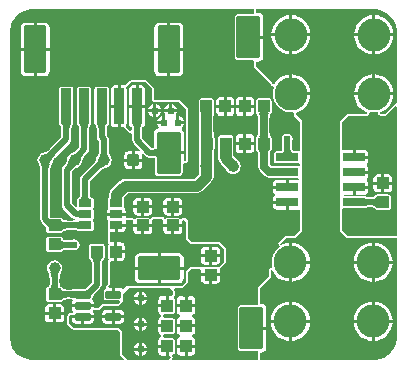
<source format=gtl>
G04*
G04 #@! TF.GenerationSoftware,Altium Limited,Altium Designer,21.2.1 (34)*
G04*
G04 Layer_Physical_Order=1*
G04 Layer_Color=255*
%FSLAX25Y25*%
%MOIN*%
G70*
G04*
G04 #@! TF.SameCoordinates,1AC70225-6F52-4A50-A751-44ABBD7A4E0E*
G04*
G04*
G04 #@! TF.FilePolarity,Positive*
G04*
G01*
G75*
G04:AMPARAMS|DCode=16|XSize=43.31mil|YSize=39.37mil|CornerRadius=2.95mil|HoleSize=0mil|Usage=FLASHONLY|Rotation=90.000|XOffset=0mil|YOffset=0mil|HoleType=Round|Shape=RoundedRectangle|*
%AMROUNDEDRECTD16*
21,1,0.04331,0.03347,0,0,90.0*
21,1,0.03740,0.03937,0,0,90.0*
1,1,0.00591,0.01673,0.01870*
1,1,0.00591,0.01673,-0.01870*
1,1,0.00591,-0.01673,-0.01870*
1,1,0.00591,-0.01673,0.01870*
%
%ADD16ROUNDEDRECTD16*%
G04:AMPARAMS|DCode=17|XSize=43.31mil|YSize=39.37mil|CornerRadius=2.95mil|HoleSize=0mil|Usage=FLASHONLY|Rotation=0.000|XOffset=0mil|YOffset=0mil|HoleType=Round|Shape=RoundedRectangle|*
%AMROUNDEDRECTD17*
21,1,0.04331,0.03347,0,0,0.0*
21,1,0.03740,0.03937,0,0,0.0*
1,1,0.00591,0.01870,-0.01673*
1,1,0.00591,-0.01870,-0.01673*
1,1,0.00591,-0.01870,0.01673*
1,1,0.00591,0.01870,0.01673*
%
%ADD17ROUNDEDRECTD17*%
G04:AMPARAMS|DCode=18|XSize=43.31mil|YSize=39.37mil|CornerRadius=3.94mil|HoleSize=0mil|Usage=FLASHONLY|Rotation=180.000|XOffset=0mil|YOffset=0mil|HoleType=Round|Shape=RoundedRectangle|*
%AMROUNDEDRECTD18*
21,1,0.04331,0.03150,0,0,180.0*
21,1,0.03543,0.03937,0,0,180.0*
1,1,0.00787,-0.01772,0.01575*
1,1,0.00787,0.01772,0.01575*
1,1,0.00787,0.01772,-0.01575*
1,1,0.00787,-0.01772,-0.01575*
%
%ADD18ROUNDEDRECTD18*%
G04:AMPARAMS|DCode=19|XSize=43.31mil|YSize=39.37mil|CornerRadius=3.94mil|HoleSize=0mil|Usage=FLASHONLY|Rotation=90.000|XOffset=0mil|YOffset=0mil|HoleType=Round|Shape=RoundedRectangle|*
%AMROUNDEDRECTD19*
21,1,0.04331,0.03150,0,0,90.0*
21,1,0.03543,0.03937,0,0,90.0*
1,1,0.00787,0.01575,0.01772*
1,1,0.00787,0.01575,-0.01772*
1,1,0.00787,-0.01575,-0.01772*
1,1,0.00787,-0.01575,0.01772*
%
%ADD19ROUNDEDRECTD19*%
G04:AMPARAMS|DCode=20|XSize=74.8mil|YSize=157.48mil|CornerRadius=5.61mil|HoleSize=0mil|Usage=FLASHONLY|Rotation=0.000|XOffset=0mil|YOffset=0mil|HoleType=Round|Shape=RoundedRectangle|*
%AMROUNDEDRECTD20*
21,1,0.07480,0.14626,0,0,0.0*
21,1,0.06358,0.15748,0,0,0.0*
1,1,0.01122,0.03179,-0.07313*
1,1,0.01122,-0.03179,-0.07313*
1,1,0.01122,-0.03179,0.07313*
1,1,0.01122,0.03179,0.07313*
%
%ADD20ROUNDEDRECTD20*%
G04:AMPARAMS|DCode=21|XSize=35.43mil|YSize=118.11mil|CornerRadius=2.66mil|HoleSize=0mil|Usage=FLASHONLY|Rotation=0.000|XOffset=0mil|YOffset=0mil|HoleType=Round|Shape=RoundedRectangle|*
%AMROUNDEDRECTD21*
21,1,0.03543,0.11280,0,0,0.0*
21,1,0.03012,0.11811,0,0,0.0*
1,1,0.00532,0.01506,-0.05640*
1,1,0.00532,-0.01506,-0.05640*
1,1,0.00532,-0.01506,0.05640*
1,1,0.00532,0.01506,0.05640*
%
%ADD21ROUNDEDRECTD21*%
G04:AMPARAMS|DCode=22|XSize=23.62mil|YSize=43.31mil|CornerRadius=2.01mil|HoleSize=0mil|Usage=FLASHONLY|Rotation=270.000|XOffset=0mil|YOffset=0mil|HoleType=Round|Shape=RoundedRectangle|*
%AMROUNDEDRECTD22*
21,1,0.02362,0.03929,0,0,270.0*
21,1,0.01961,0.04331,0,0,270.0*
1,1,0.00402,-0.01965,-0.00980*
1,1,0.00402,-0.01965,0.00980*
1,1,0.00402,0.01965,0.00980*
1,1,0.00402,0.01965,-0.00980*
%
%ADD22ROUNDEDRECTD22*%
G04:AMPARAMS|DCode=23|XSize=28.35mil|YSize=74.8mil|CornerRadius=2.13mil|HoleSize=0mil|Usage=FLASHONLY|Rotation=270.000|XOffset=0mil|YOffset=0mil|HoleType=Round|Shape=RoundedRectangle|*
%AMROUNDEDRECTD23*
21,1,0.02835,0.07055,0,0,270.0*
21,1,0.02410,0.07480,0,0,270.0*
1,1,0.00425,-0.03528,-0.01205*
1,1,0.00425,-0.03528,0.01205*
1,1,0.00425,0.03528,0.01205*
1,1,0.00425,0.03528,-0.01205*
%
%ADD23ROUNDEDRECTD23*%
G04:AMPARAMS|DCode=24|XSize=24.8mil|YSize=51.18mil|CornerRadius=1.86mil|HoleSize=0mil|Usage=FLASHONLY|Rotation=90.000|XOffset=0mil|YOffset=0mil|HoleType=Round|Shape=RoundedRectangle|*
%AMROUNDEDRECTD24*
21,1,0.02480,0.04746,0,0,90.0*
21,1,0.02108,0.05118,0,0,90.0*
1,1,0.00372,0.02373,0.01054*
1,1,0.00372,0.02373,-0.01054*
1,1,0.00372,-0.02373,-0.01054*
1,1,0.00372,-0.02373,0.01054*
%
%ADD24ROUNDEDRECTD24*%
%ADD25C,0.03937*%
G04:AMPARAMS|DCode=26|XSize=39.37mil|YSize=39.37mil|CornerRadius=3.94mil|HoleSize=0mil|Usage=FLASHONLY|Rotation=90.000|XOffset=0mil|YOffset=0mil|HoleType=Round|Shape=RoundedRectangle|*
%AMROUNDEDRECTD26*
21,1,0.03937,0.03150,0,0,90.0*
21,1,0.03150,0.03937,0,0,90.0*
1,1,0.00787,0.01575,0.01575*
1,1,0.00787,0.01575,-0.01575*
1,1,0.00787,-0.01575,-0.01575*
1,1,0.00787,-0.01575,0.01575*
%
%ADD26ROUNDEDRECTD26*%
G04:AMPARAMS|DCode=27|XSize=141.73mil|YSize=78.74mil|CornerRadius=5.91mil|HoleSize=0mil|Usage=FLASHONLY|Rotation=90.000|XOffset=0mil|YOffset=0mil|HoleType=Round|Shape=RoundedRectangle|*
%AMROUNDEDRECTD27*
21,1,0.14173,0.06693,0,0,90.0*
21,1,0.12992,0.07874,0,0,90.0*
1,1,0.01181,0.03347,0.06496*
1,1,0.01181,0.03347,-0.06496*
1,1,0.01181,-0.03347,-0.06496*
1,1,0.01181,-0.03347,0.06496*
%
%ADD27ROUNDEDRECTD27*%
G04:AMPARAMS|DCode=28|XSize=141.73mil|YSize=78.74mil|CornerRadius=5.91mil|HoleSize=0mil|Usage=FLASHONLY|Rotation=0.000|XOffset=0mil|YOffset=0mil|HoleType=Round|Shape=RoundedRectangle|*
%AMROUNDEDRECTD28*
21,1,0.14173,0.06693,0,0,0.0*
21,1,0.12992,0.07874,0,0,0.0*
1,1,0.01181,0.06496,-0.03347*
1,1,0.01181,-0.06496,-0.03347*
1,1,0.01181,-0.06496,0.03347*
1,1,0.01181,0.06496,0.03347*
%
%ADD28ROUNDEDRECTD28*%
%ADD43C,0.02000*%
%ADD44C,0.03500*%
%ADD45C,0.02500*%
%ADD46C,0.11024*%
%ADD47C,0.02400*%
G36*
X124077Y119890D02*
X125585Y119590D01*
X127005Y119002D01*
X128283Y118148D01*
X129370Y117061D01*
X130224Y115783D01*
X130812Y114363D01*
X131112Y112855D01*
X131112Y112086D01*
X131112Y112086D01*
X131112Y112086D01*
X131117Y88894D01*
X127171Y84949D01*
X125679D01*
X125604Y85449D01*
X125974Y85561D01*
X127105Y86166D01*
X128097Y86979D01*
X128911Y87971D01*
X129516Y89102D01*
X129888Y90330D01*
X129964Y91106D01*
X123470D01*
X116976D01*
X117053Y90330D01*
X117425Y89102D01*
X118030Y87971D01*
X118843Y86979D01*
X119835Y86166D01*
X120966Y85561D01*
X121336Y85449D01*
X121262Y84949D01*
X114671D01*
X112171Y82449D01*
Y45949D01*
X114671Y43449D01*
X131125D01*
X131132Y10689D01*
X131112Y10590D01*
X131112Y9823D01*
X130812Y8315D01*
X130224Y6895D01*
X129370Y5617D01*
X128283Y4530D01*
X127005Y3676D01*
X125585Y3088D01*
X124077Y2788D01*
X123309D01*
X85671Y2788D01*
Y5331D01*
X86018D01*
X86638Y5454D01*
X87164Y5806D01*
X87516Y6332D01*
X87639Y6953D01*
Y12949D01*
X82671D01*
Y13949D01*
X87639D01*
Y19945D01*
X87516Y20565D01*
X87164Y21091D01*
X86638Y21443D01*
X86018Y21566D01*
X85671D01*
Y26949D01*
X89171Y30449D01*
Y32771D01*
X89389Y32854D01*
X89671Y32860D01*
X90231Y31813D01*
X91044Y30822D01*
X92036Y30008D01*
X93167Y29403D01*
X94394Y29031D01*
X95171Y28955D01*
Y35449D01*
Y41943D01*
X94394Y41866D01*
X93167Y41494D01*
X92644Y41214D01*
X92343Y41620D01*
X94171Y43449D01*
X97171D01*
X99671Y45949D01*
Y82449D01*
X97383Y84737D01*
X97524Y85303D01*
X98376Y85561D01*
X99507Y86166D01*
X100499Y86979D01*
X101312Y87971D01*
X101917Y89102D01*
X102289Y90330D01*
X102366Y91106D01*
X95872D01*
Y91606D01*
X95372D01*
Y98100D01*
X94595Y98024D01*
X93368Y97651D01*
X92237Y97047D01*
X91245Y96233D01*
X90431Y95241D01*
X90171Y94755D01*
X89671Y94880D01*
Y95449D01*
X84171Y100949D01*
Y102331D01*
X85018D01*
X85638Y102454D01*
X86164Y102806D01*
X86516Y103332D01*
X86639Y103953D01*
Y109949D01*
X81671D01*
Y110949D01*
X86639D01*
Y116945D01*
X86516Y117565D01*
X86164Y118091D01*
X85638Y118443D01*
X85018Y118566D01*
X84171D01*
Y119890D01*
X123309Y119890D01*
X124077Y119890D01*
D02*
G37*
G36*
X131117Y87323D02*
X131125Y44452D01*
X130772Y44098D01*
X114940D01*
X112820Y46218D01*
Y53075D01*
X113321Y53424D01*
X113366Y53415D01*
X120421D01*
X120566Y53444D01*
X120571Y53442D01*
X120574Y53441D01*
X120598Y53451D01*
X120647Y53461D01*
X120689Y53451D01*
X120729Y53477D01*
X120738Y53478D01*
X120857Y53558D01*
X121033Y53631D01*
X121034Y53633D01*
X121046Y53662D01*
X121053Y53665D01*
X121137Y53690D01*
X121257Y53715D01*
X122301Y53797D01*
X122410Y53798D01*
X122600Y53792D01*
X122837Y53771D01*
X123049Y53736D01*
X123235Y53690D01*
X123398Y53634D01*
X123537Y53570D01*
X123654Y53498D01*
X123754Y53420D01*
X123839Y53334D01*
X123937Y53206D01*
X123977Y53183D01*
X123994Y53141D01*
X124112Y53092D01*
X124341Y52939D01*
X124728Y52862D01*
X128272D01*
X128659Y52939D01*
X128988Y53159D01*
X129208Y53488D01*
X129285Y53876D01*
Y57025D01*
X129208Y57413D01*
X128988Y57742D01*
X128659Y57961D01*
X128272Y58038D01*
X124728D01*
X124341Y57961D01*
X124112Y57809D01*
X123994Y57760D01*
X123977Y57718D01*
X123937Y57695D01*
X123839Y57566D01*
X123753Y57480D01*
X123654Y57401D01*
X123536Y57330D01*
X123397Y57265D01*
X123235Y57209D01*
X123048Y57163D01*
X122836Y57128D01*
X122600Y57107D01*
X122462Y57103D01*
X121974Y57113D01*
X121459Y57153D01*
X121277Y57179D01*
X121136Y57208D01*
X121052Y57234D01*
X121046Y57236D01*
X121034Y57264D01*
X121033Y57266D01*
X120857Y57339D01*
X120738Y57419D01*
X120728Y57421D01*
X120689Y57446D01*
X120647Y57437D01*
X120598Y57447D01*
X120574Y57456D01*
X120572Y57455D01*
X120566Y57453D01*
X120421Y57482D01*
X113676D01*
X113519Y57668D01*
X113672Y57985D01*
X113700Y58008D01*
X116393D01*
Y60449D01*
X116893D01*
Y60949D01*
X121657D01*
Y61653D01*
X121563Y62126D01*
X121295Y62528D01*
X121084Y62669D01*
Y63229D01*
X121295Y63370D01*
X121563Y63771D01*
X121657Y64244D01*
Y64949D01*
X116893D01*
Y65949D01*
X121657D01*
Y66653D01*
X121563Y67127D01*
X121295Y67528D01*
X121084Y67668D01*
Y68229D01*
X121295Y68370D01*
X121563Y68771D01*
X121657Y69244D01*
Y69949D01*
X116893D01*
Y70449D01*
X116393D01*
Y72890D01*
X113366D01*
X113321Y72881D01*
X112820Y73291D01*
Y82180D01*
X114940Y84299D01*
X121262D01*
X121451Y84377D01*
X121649Y84427D01*
X121675Y84470D01*
X121721Y84489D01*
X121800Y84678D01*
X121905Y84853D01*
X121950Y85158D01*
X122162Y85438D01*
X122441Y85566D01*
X123470Y85465D01*
X124500Y85566D01*
X124778Y85438D01*
X124991Y85158D01*
X125036Y84853D01*
X125141Y84678D01*
X125219Y84489D01*
X125266Y84470D01*
X125292Y84427D01*
X125490Y84377D01*
X125679Y84299D01*
X127171D01*
X127630Y84489D01*
X130655Y87514D01*
X131117Y87323D01*
D02*
G37*
G36*
X88558Y85235D02*
X88451Y85099D01*
X88357Y84927D01*
X88276Y84721D01*
X88207Y84480D01*
X88150Y84205D01*
X88106Y83894D01*
X88056Y83167D01*
X88050Y82751D01*
X85550D01*
X85544Y83167D01*
X85493Y83893D01*
X85449Y84204D01*
X85393Y84480D01*
X85324Y84721D01*
X85242Y84927D01*
X85148Y85098D01*
X85041Y85234D01*
X84922Y85336D01*
X88677D01*
X88558Y85235D01*
D02*
G37*
G36*
X88056Y79236D02*
X88146Y78180D01*
X88200Y77900D01*
X88266Y77657D01*
X88344Y77450D01*
X88433Y77280D01*
X88535Y77145D01*
X88649Y77047D01*
X84949D01*
X85063Y77145D01*
X85166Y77280D01*
X85256Y77451D01*
X85334Y77658D01*
X85400Y77901D01*
X85454Y78181D01*
X85496Y78496D01*
X85544Y79236D01*
X85550Y79661D01*
X88050D01*
X88056Y79236D01*
D02*
G37*
G36*
X83522Y118566D02*
X83249Y118159D01*
X78325D01*
X77860Y118066D01*
X77466Y117803D01*
X77203Y117409D01*
X77111Y116945D01*
Y103953D01*
X77203Y103488D01*
X77466Y103094D01*
X77860Y102831D01*
X78325Y102739D01*
X83249D01*
X83522Y102331D01*
Y100949D01*
X83712Y100489D01*
X89022Y95180D01*
Y94880D01*
X89088Y94719D01*
X89114Y94546D01*
X89180Y94497D01*
X89212Y94421D01*
X89373Y94354D01*
X89513Y94250D01*
X89757Y94189D01*
X89793Y94170D01*
X90085Y93714D01*
X90100Y93632D01*
X89849Y92804D01*
X89731Y91606D01*
X89849Y90408D01*
X90198Y89256D01*
X90766Y88194D01*
X91529Y87264D01*
X92460Y86500D01*
X93522Y85932D01*
X94674Y85583D01*
X95872Y85465D01*
X96393Y85516D01*
X96792Y85053D01*
X96753Y84895D01*
X96765Y84813D01*
X96733Y84737D01*
X96800Y84576D01*
X96826Y84403D01*
X96892Y84354D01*
X96923Y84278D01*
X99022Y82180D01*
Y72667D01*
X98522Y72400D01*
X98494Y72419D01*
X98177Y72482D01*
X96781D01*
X96740Y72504D01*
X96626Y72516D01*
X96605Y72524D01*
X96586Y72536D01*
X96552Y72573D01*
X96503Y72654D01*
X96448Y72790D01*
X96397Y72982D01*
X96356Y73228D01*
X96330Y73525D01*
X96320Y73887D01*
X96302Y73928D01*
Y75650D01*
X96367Y75746D01*
X96506Y76449D01*
X96367Y77151D01*
X95969Y77746D01*
X95373Y78144D01*
X94671Y78284D01*
X93969Y78144D01*
X93373Y77746D01*
X92975Y77151D01*
X92836Y76449D01*
X92975Y75746D01*
X93040Y75650D01*
Y73928D01*
X93022Y73887D01*
X93012Y73525D01*
X92986Y73228D01*
X92945Y72982D01*
X92894Y72790D01*
X92839Y72654D01*
X92790Y72573D01*
X92756Y72536D01*
X92737Y72524D01*
X92716Y72516D01*
X92603Y72504D01*
X92561Y72482D01*
X91122D01*
X90804Y72419D01*
X90536Y72239D01*
X90356Y71970D01*
X90293Y71653D01*
Y69244D01*
X90356Y68927D01*
X90536Y68658D01*
X90804Y68479D01*
X91122Y68415D01*
X98177D01*
X98494Y68479D01*
X98522Y68497D01*
X99022Y68230D01*
Y67667D01*
X98522Y67400D01*
X98494Y67419D01*
X98177Y67482D01*
X94584D01*
X94482Y67502D01*
X94380Y67482D01*
X91122D01*
X90976Y67453D01*
X90968Y67456D01*
X90953Y67450D01*
X90937Y67456D01*
X89404Y67383D01*
X88786Y68001D01*
Y70294D01*
X88799Y70324D01*
X88819Y71137D01*
X88875Y71772D01*
X88913Y72010D01*
X88957Y72204D01*
X89002Y72343D01*
X89038Y72422D01*
X89048Y72438D01*
X89086Y72473D01*
X89093Y72488D01*
X89108Y72494D01*
X89157Y72612D01*
X89310Y72841D01*
X89387Y73228D01*
Y76772D01*
X89310Y77159D01*
X89157Y77388D01*
X89108Y77506D01*
X89085Y77516D01*
X89073Y77539D01*
X89012Y77592D01*
X88983Y77629D01*
X88937Y77717D01*
X88885Y77857D01*
X88833Y78047D01*
X88790Y78269D01*
X88705Y79268D01*
X88699Y79670D01*
X88686Y79700D01*
Y82711D01*
X88699Y82741D01*
X88705Y83140D01*
X88753Y83826D01*
X88791Y84094D01*
X88838Y84326D01*
X88891Y84512D01*
X88946Y84651D01*
X88995Y84740D01*
X89029Y84783D01*
X89097Y84841D01*
X89110Y84866D01*
X89136Y84877D01*
X89185Y84995D01*
X89316Y85191D01*
X89385Y85540D01*
Y89280D01*
X89316Y89630D01*
X89118Y89926D01*
X88822Y90124D01*
X88472Y90193D01*
X85126D01*
X84777Y90124D01*
X84481Y89926D01*
X84283Y89630D01*
X84213Y89280D01*
Y85540D01*
X84283Y85191D01*
X84414Y84995D01*
X84462Y84877D01*
X84488Y84866D01*
X84501Y84841D01*
X84570Y84782D01*
X84604Y84739D01*
X84654Y84650D01*
X84708Y84511D01*
X84762Y84325D01*
X84809Y84093D01*
X84847Y83825D01*
X84895Y83140D01*
X84901Y82741D01*
X84914Y82711D01*
Y79700D01*
X84901Y79670D01*
X84895Y79262D01*
X84849Y78560D01*
X84813Y78285D01*
X84767Y78048D01*
X84715Y77858D01*
X84662Y77718D01*
X84616Y77630D01*
X84587Y77592D01*
X84525Y77539D01*
X84514Y77516D01*
X84490Y77506D01*
X84441Y77388D01*
X84288Y77159D01*
X84211Y76772D01*
Y73228D01*
X84288Y72841D01*
X84441Y72612D01*
X84490Y72494D01*
X84520Y72482D01*
X84535Y72453D01*
X84621Y72382D01*
X84669Y72324D01*
X84727Y72226D01*
X84788Y72083D01*
X84847Y71896D01*
X84900Y71665D01*
X84941Y71400D01*
X84994Y70721D01*
X85001Y70328D01*
X85014Y70298D01*
Y67220D01*
X85157Y66498D01*
X85566Y65886D01*
X87337Y64115D01*
X87949Y63706D01*
X88596Y63577D01*
X88661Y63549D01*
X90344Y63522D01*
X90676Y63499D01*
X90740Y63490D01*
X90782Y63480D01*
X90798Y63483D01*
X90804Y63478D01*
X90945Y63451D01*
X90968Y63441D01*
X90976Y63444D01*
X91122Y63415D01*
X98177D01*
X98456Y63158D01*
X98199Y62911D01*
X98121Y62890D01*
X95149D01*
Y60449D01*
X94649D01*
Y59949D01*
X89885D01*
Y59244D01*
X89979Y58771D01*
X90247Y58370D01*
X90458Y58229D01*
Y57669D01*
X90247Y57528D01*
X89979Y57126D01*
X89885Y56653D01*
Y55949D01*
X94649D01*
Y55449D01*
X95149D01*
Y53008D01*
X98177D01*
X98522Y53076D01*
X99022Y52795D01*
Y46218D01*
X96902Y44098D01*
X94171D01*
X93712Y43908D01*
X91883Y42079D01*
X91805Y41891D01*
X91700Y41715D01*
X91712Y41667D01*
X91693Y41620D01*
X91771Y41431D01*
X91821Y41233D01*
X92010Y40979D01*
X92115Y40800D01*
X91982Y40328D01*
X91329Y39791D01*
X90565Y38861D01*
X89997Y37799D01*
X89648Y36647D01*
X89530Y35449D01*
X89648Y34251D01*
X89731Y33976D01*
X89374Y33503D01*
X89270Y33457D01*
X89156Y33460D01*
X88939Y33377D01*
X88839Y33283D01*
X88712Y33230D01*
X88666Y33118D01*
X88578Y33035D01*
X88574Y32898D01*
X88522Y32771D01*
Y30718D01*
X85212Y27408D01*
X85022Y26949D01*
Y21566D01*
X84749Y21159D01*
X79325D01*
X78860Y21066D01*
X78466Y20803D01*
X78203Y20409D01*
X78111Y19945D01*
Y6953D01*
X78203Y6488D01*
X78466Y6094D01*
X78860Y5831D01*
X79325Y5739D01*
X84749D01*
X85022Y5331D01*
Y2788D01*
X56359D01*
X56168Y3250D01*
X56215Y3297D01*
X56265Y3416D01*
X56356Y3508D01*
Y3637D01*
X56405Y3756D01*
X56356Y3875D01*
Y4005D01*
X56285Y4175D01*
X56569Y4738D01*
X56584Y4741D01*
X56913Y4961D01*
X57132Y5289D01*
X57209Y5677D01*
Y9220D01*
X57132Y9608D01*
X56913Y9937D01*
X56584Y10156D01*
X56196Y10233D01*
X53734D01*
X53331Y10569D01*
Y11079D01*
X53734Y11414D01*
X56196D01*
X56584Y11491D01*
X56913Y11711D01*
X57132Y12039D01*
X57209Y12427D01*
Y15970D01*
X57132Y16358D01*
X56913Y16687D01*
X56584Y16906D01*
X56196Y16984D01*
X53734D01*
X53331Y17319D01*
Y17829D01*
X53734Y18164D01*
X56196D01*
X56584Y18241D01*
X56913Y18461D01*
X57132Y18789D01*
X57209Y19177D01*
Y22720D01*
X57132Y23108D01*
X56913Y23437D01*
X56889Y23996D01*
X56914Y24038D01*
X56959Y24056D01*
X57038Y24246D01*
X57143Y24423D01*
X57131Y24470D01*
X57149Y24516D01*
Y26000D01*
X57004Y26351D01*
X57221Y26851D01*
X59500D01*
X59959Y27041D01*
X61459Y28541D01*
X61650Y29000D01*
X61649Y32231D01*
X62769Y33351D01*
X65579D01*
X65861Y33007D01*
X65878Y32851D01*
Y31799D01*
X69071D01*
X72264D01*
Y32874D01*
X72156Y33415D01*
X72459Y33541D01*
X73959Y35041D01*
X74149Y35500D01*
X74149Y40000D01*
X73959Y40459D01*
X72459Y41959D01*
X72000Y42149D01*
X62769Y42149D01*
X61650Y43269D01*
X61649Y49000D01*
X61538Y49269D01*
X61459Y49459D01*
X60804Y50114D01*
X60769Y50129D01*
X60751Y50161D01*
X60544Y50222D01*
X60345Y50304D01*
X60310Y50290D01*
X60274Y50301D01*
X60046Y50275D01*
X59881Y50185D01*
X59700Y50128D01*
X59571Y50020D01*
X58988Y49992D01*
X58659Y50212D01*
X58272Y50289D01*
X54728D01*
X54341Y50212D01*
X54012Y49992D01*
X53593Y50265D01*
X53502Y50387D01*
X53459Y50413D01*
X53440Y50459D01*
X53251Y50538D01*
X53075Y50643D01*
X53027Y50630D01*
X52981Y50649D01*
X50019D01*
X49973Y50630D01*
X49924Y50643D01*
X49749Y50538D01*
X49560Y50459D01*
X49541Y50413D01*
X49498Y50387D01*
X49407Y50265D01*
X48988Y49992D01*
X48659Y50212D01*
X48272Y50289D01*
X44728D01*
X44341Y50212D01*
X44057Y50022D01*
X43582Y49959D01*
X43380Y50043D01*
X43187Y50146D01*
X43154Y50137D01*
X43123Y50149D01*
X41224D01*
X40883Y50393D01*
X40778Y50594D01*
Y50949D01*
X37589D01*
X34400D01*
Y50469D01*
X34493Y50000D01*
X34759Y49603D01*
X34870Y49002D01*
X34808Y48689D01*
Y46729D01*
X34870Y46416D01*
X34909Y46359D01*
X35046Y46139D01*
X34995Y45663D01*
X34871Y45181D01*
X34883Y45097D01*
X34851Y45019D01*
Y42335D01*
X34863Y42304D01*
X34854Y42272D01*
X34957Y42078D01*
X35041Y41876D01*
X35142Y41401D01*
X34954Y41120D01*
X34884Y40771D01*
Y37031D01*
X34954Y36681D01*
X35142Y36400D01*
X35041Y35925D01*
X34957Y35723D01*
X34854Y35530D01*
X34863Y35497D01*
X34851Y35466D01*
Y28269D01*
X34455Y27873D01*
X34405Y27754D01*
X34314Y27663D01*
Y27534D01*
X34265Y27414D01*
X34314Y27295D01*
Y27166D01*
X34364Y27044D01*
X34325Y26895D01*
X34048Y26507D01*
X33927Y26483D01*
X33667Y26310D01*
X33493Y26050D01*
X33432Y25743D01*
Y23635D01*
X33493Y23328D01*
X33667Y23068D01*
X33927Y22894D01*
X34233Y22833D01*
X38708D01*
X38915Y22333D01*
X38231Y21649D01*
X33500D01*
X33041Y21459D01*
X31731Y20149D01*
X30118D01*
Y20449D01*
X26536D01*
X22953D01*
Y19895D01*
X23045Y19432D01*
X23307Y19039D01*
X23336Y18924D01*
X23063Y18505D01*
X22893Y18474D01*
X22702Y18553D01*
X22573D01*
X22453Y18603D01*
X22334Y18553D01*
X22205D01*
X22114Y18462D01*
X21994Y18413D01*
X21541Y17959D01*
X21350Y17500D01*
X21351Y15000D01*
X21541Y14541D01*
X23041Y13041D01*
X23500Y12851D01*
X38231D01*
X38851Y12231D01*
Y5000D01*
X39041Y4541D01*
X40332Y3250D01*
X40141Y2788D01*
X10171Y2788D01*
X10071Y2788D01*
X10071Y2788D01*
X10071Y2788D01*
X9287D01*
X7749Y3094D01*
X6300Y3694D01*
X4996Y4565D01*
X3887Y5674D01*
X3016Y6978D01*
X2416Y8427D01*
X2110Y9965D01*
Y10749D01*
Y111929D01*
Y112713D01*
X2416Y114251D01*
X3016Y115700D01*
X3887Y117004D01*
X4996Y118113D01*
X6300Y118984D01*
X7749Y119584D01*
X9287Y119890D01*
X10171D01*
X83522Y119890D01*
Y118566D01*
D02*
G37*
G36*
X95681Y73488D02*
X95711Y73146D01*
X95761Y72844D01*
X95831Y72583D01*
X95921Y72361D01*
X96031Y72180D01*
X96161Y72040D01*
X96311Y71939D01*
X96481Y71879D01*
X96671Y71859D01*
X92671D01*
X92861Y71879D01*
X93031Y71939D01*
X93181Y72040D01*
X93311Y72180D01*
X93421Y72361D01*
X93511Y72583D01*
X93581Y72844D01*
X93631Y73146D01*
X93661Y73488D01*
X93671Y73870D01*
X95671D01*
X95681Y73488D01*
D02*
G37*
G36*
X88554Y72867D02*
X88469Y72742D01*
X88395Y72578D01*
X88330Y72375D01*
X88275Y72133D01*
X88230Y71852D01*
X88170Y71174D01*
X88150Y70339D01*
X85650D01*
X85643Y70752D01*
X85587Y71476D01*
X85538Y71787D01*
X85475Y72066D01*
X85398Y72310D01*
X85307Y72521D01*
X85202Y72699D01*
X85082Y72843D01*
X84949Y72953D01*
X88649D01*
X88554Y72867D01*
D02*
G37*
G36*
X90968Y64090D02*
X90937Y64111D01*
X90862Y64129D01*
X90742Y64146D01*
X90371Y64172D01*
X88671Y64199D01*
Y66699D01*
X90968Y66807D01*
Y64090D01*
D02*
G37*
G36*
X124453Y53600D02*
X124330Y53762D01*
X124187Y53906D01*
X124025Y54033D01*
X123843Y54144D01*
X123641Y54237D01*
X123420Y54314D01*
X123179Y54373D01*
X122919Y54416D01*
X122639Y54441D01*
X122416Y54447D01*
X122273Y54446D01*
X121165Y54360D01*
X120976Y54320D01*
X120822Y54274D01*
X120704Y54220D01*
X120622Y54159D01*
X120574Y54090D01*
Y56807D01*
X120622Y56739D01*
X120704Y56678D01*
X120822Y56625D01*
X120975Y56578D01*
X121164Y56539D01*
X121388Y56507D01*
X121942Y56464D01*
X122465Y56453D01*
X122638Y56458D01*
X122918Y56484D01*
X123179Y56526D01*
X123419Y56586D01*
X123640Y56662D01*
X123842Y56756D01*
X124024Y56866D01*
X124187Y56994D01*
X124330Y57139D01*
X124453Y57300D01*
Y53600D01*
D02*
G37*
G36*
X52981Y50000D02*
X53352Y49500D01*
X53307Y49276D01*
Y48201D01*
X59693D01*
Y49276D01*
X60117Y49630D01*
X60345Y49655D01*
X61000Y49000D01*
X61000Y43000D01*
X62500Y41500D01*
X72000Y41500D01*
X73500Y40000D01*
X73500Y35500D01*
X72000Y34000D01*
X62500Y34000D01*
X61000Y32500D01*
X61000Y29000D01*
X59500Y27500D01*
X41000Y27500D01*
X40301Y26801D01*
X39841Y26601D01*
X39604Y26752D01*
X39442Y26860D01*
X38980Y26952D01*
X37106D01*
Y24689D01*
X36107D01*
Y26952D01*
X35105D01*
X34914Y27414D01*
X35500Y28000D01*
Y35466D01*
X35797Y35710D01*
X36970D01*
Y38901D01*
Y42091D01*
X35797D01*
X35500Y42335D01*
Y45019D01*
X35624Y45501D01*
X35998Y45504D01*
X37089D01*
Y47709D01*
X37589D01*
Y48209D01*
X40778D01*
Y48689D01*
X40716Y49000D01*
X41012Y49500D01*
X43123D01*
X43307Y49276D01*
Y48201D01*
X49693D01*
Y49276D01*
X49648Y49500D01*
X50019Y50000D01*
X52981D01*
D02*
G37*
G36*
X56500Y26000D02*
Y24516D01*
X56000Y24141D01*
X55121D01*
Y20949D01*
X54621D01*
Y20449D01*
X51626D01*
Y19177D01*
X51734Y18633D01*
X52042Y18172D01*
X52503Y17864D01*
X52682Y17829D01*
Y17319D01*
X52503Y17283D01*
X52042Y16975D01*
X51734Y16514D01*
X51626Y15970D01*
Y14699D01*
X54621D01*
Y13699D01*
X51626D01*
Y12427D01*
X51734Y11883D01*
X52042Y11422D01*
X52503Y11114D01*
X52682Y11079D01*
Y10569D01*
X52503Y10533D01*
X52042Y10225D01*
X51734Y9764D01*
X51626Y9220D01*
Y7949D01*
X54621D01*
Y7449D01*
X55121D01*
Y4256D01*
X55549D01*
X55756Y3756D01*
X55000Y3000D01*
X41500Y3000D01*
X39500Y5000D01*
Y12500D01*
X38500Y13500D01*
X23500D01*
X22000Y15000D01*
X22000Y17500D01*
X22453Y17953D01*
X22953Y17746D01*
Y17708D01*
X26536D01*
X30118D01*
Y18263D01*
X30026Y18725D01*
X29842Y19000D01*
X29988Y19404D01*
X30064Y19500D01*
X32000D01*
X33500Y21000D01*
X38500D01*
X40000Y22500D01*
Y25000D01*
X41851Y26851D01*
X55650Y26851D01*
X56500Y26000D01*
D02*
G37*
%LPC*%
G36*
X123970Y117785D02*
Y111791D01*
X129964D01*
X129888Y112568D01*
X129516Y113795D01*
X128911Y114926D01*
X128097Y115918D01*
X127105Y116732D01*
X125974Y117336D01*
X124747Y117709D01*
X123970Y117785D01*
D02*
G37*
G36*
X122970Y117785D02*
X122194Y117709D01*
X120966Y117336D01*
X119835Y116732D01*
X118843Y115918D01*
X118030Y114926D01*
X117425Y113795D01*
X117053Y112568D01*
X116976Y111791D01*
X122970D01*
Y117785D01*
D02*
G37*
G36*
X96372D02*
Y111791D01*
X102366D01*
X102289Y112568D01*
X101917Y113795D01*
X101312Y114926D01*
X100499Y115918D01*
X99507Y116732D01*
X98376Y117336D01*
X97148Y117709D01*
X96372Y117785D01*
D02*
G37*
G36*
X95372D02*
X94595Y117709D01*
X93368Y117336D01*
X92237Y116732D01*
X91245Y115918D01*
X90431Y114926D01*
X89827Y113795D01*
X89454Y112568D01*
X89378Y111791D01*
X95372D01*
Y117785D01*
D02*
G37*
G36*
X122970Y110791D02*
X116976D01*
X117053Y110015D01*
X117425Y108787D01*
X118030Y107656D01*
X118843Y106664D01*
X119835Y105851D01*
X120966Y105246D01*
X122194Y104874D01*
X122970Y104797D01*
Y110791D01*
D02*
G37*
G36*
X102366Y110791D02*
X96372D01*
Y104797D01*
X97148Y104874D01*
X98376Y105246D01*
X99507Y105851D01*
X100499Y106664D01*
X101312Y107656D01*
X101917Y108787D01*
X102289Y110015D01*
X102366Y110791D01*
D02*
G37*
G36*
X95372D02*
X89378D01*
X89454Y110015D01*
X89827Y108787D01*
X90431Y107656D01*
X91245Y106664D01*
X92237Y105851D01*
X93368Y105246D01*
X94595Y104874D01*
X95372Y104797D01*
Y110791D01*
D02*
G37*
G36*
X129964Y110791D02*
X123970D01*
Y104797D01*
X124747Y104874D01*
X125974Y105246D01*
X127105Y105851D01*
X128097Y106664D01*
X128911Y107656D01*
X129516Y108787D01*
X129888Y110015D01*
X129964Y110791D01*
D02*
G37*
G36*
X123970Y98100D02*
Y92106D01*
X129964D01*
X129888Y92883D01*
X129516Y94110D01*
X128911Y95241D01*
X128097Y96233D01*
X127105Y97047D01*
X125974Y97651D01*
X124747Y98024D01*
X123970Y98100D01*
D02*
G37*
G36*
X122970Y98100D02*
X122194Y98024D01*
X120966Y97651D01*
X119835Y97047D01*
X118843Y96233D01*
X118030Y95241D01*
X117425Y94110D01*
X117053Y92883D01*
X116976Y92106D01*
X122970D01*
Y98100D01*
D02*
G37*
G36*
X96372D02*
Y92106D01*
X102366D01*
X102289Y92883D01*
X101917Y94110D01*
X101312Y95241D01*
X100499Y96233D01*
X99507Y97047D01*
X98376Y97651D01*
X97148Y98024D01*
X96372Y98100D01*
D02*
G37*
G36*
X96171Y41943D02*
Y35949D01*
X102165D01*
X102089Y36725D01*
X101716Y37953D01*
X101112Y39084D01*
X100298Y40075D01*
X99306Y40889D01*
X98175Y41494D01*
X96948Y41866D01*
X96171Y41943D01*
D02*
G37*
G36*
X123769Y41943D02*
Y35949D01*
X129764D01*
X129687Y36725D01*
X129315Y37953D01*
X128710Y39084D01*
X127896Y40075D01*
X126905Y40889D01*
X125774Y41494D01*
X124546Y41866D01*
X123769Y41943D01*
D02*
G37*
G36*
X122769D02*
X121993Y41866D01*
X120765Y41494D01*
X119634Y40889D01*
X118643Y40075D01*
X117829Y39084D01*
X117224Y37953D01*
X116852Y36725D01*
X116775Y35949D01*
X122769D01*
Y41943D01*
D02*
G37*
G36*
Y34949D02*
X116775D01*
X116852Y34172D01*
X117224Y32945D01*
X117829Y31813D01*
X118643Y30822D01*
X119634Y30008D01*
X120765Y29403D01*
X121993Y29031D01*
X122769Y28955D01*
Y34949D01*
D02*
G37*
G36*
X129764D02*
X123769D01*
Y28955D01*
X124546Y29031D01*
X125774Y29403D01*
X126905Y30008D01*
X127896Y30822D01*
X128710Y31813D01*
X129315Y32945D01*
X129687Y34172D01*
X129764Y34949D01*
D02*
G37*
G36*
X102165Y34949D02*
X96171D01*
Y28955D01*
X96948Y29031D01*
X98175Y29403D01*
X99306Y30008D01*
X100298Y30822D01*
X101112Y31813D01*
X101716Y32945D01*
X102089Y34172D01*
X102165Y34949D01*
D02*
G37*
G36*
X96171Y22258D02*
Y16264D01*
X102165D01*
X102089Y17040D01*
X101716Y18268D01*
X101112Y19399D01*
X100298Y20390D01*
X99306Y21204D01*
X98175Y21809D01*
X96948Y22181D01*
X96171Y22258D01*
D02*
G37*
G36*
X95171Y22258D02*
X94394Y22181D01*
X93167Y21809D01*
X92036Y21204D01*
X91044Y20390D01*
X90231Y19399D01*
X89626Y18268D01*
X89253Y17040D01*
X89177Y16264D01*
X95171D01*
Y22258D01*
D02*
G37*
G36*
X123769D02*
Y16264D01*
X129764D01*
X129687Y17040D01*
X129315Y18268D01*
X128710Y19399D01*
X127896Y20390D01*
X126905Y21204D01*
X125774Y21809D01*
X124546Y22181D01*
X123769Y22258D01*
D02*
G37*
G36*
X122769D02*
X121993Y22181D01*
X120765Y21809D01*
X119634Y21204D01*
X118643Y20390D01*
X117829Y19399D01*
X117224Y18268D01*
X116852Y17040D01*
X116775Y16264D01*
X122769D01*
Y22258D01*
D02*
G37*
G36*
X95171Y15264D02*
X89177D01*
X89253Y14487D01*
X89626Y13260D01*
X90231Y12128D01*
X91044Y11137D01*
X92036Y10323D01*
X93167Y9718D01*
X94394Y9346D01*
X95171Y9269D01*
Y15264D01*
D02*
G37*
G36*
X122769Y15264D02*
X116775D01*
X116852Y14487D01*
X117224Y13260D01*
X117829Y12128D01*
X118643Y11137D01*
X119634Y10323D01*
X120765Y9718D01*
X121993Y9346D01*
X122769Y9269D01*
Y15264D01*
D02*
G37*
G36*
X129764D02*
X123769D01*
Y9269D01*
X124546Y9346D01*
X125774Y9718D01*
X126905Y10323D01*
X127896Y11137D01*
X128710Y12128D01*
X129315Y13260D01*
X129687Y14487D01*
X129764Y15264D01*
D02*
G37*
G36*
X102165Y15264D02*
X96171D01*
Y9269D01*
X96948Y9346D01*
X98175Y9718D01*
X99306Y10323D01*
X100298Y11137D01*
X101112Y12128D01*
X101716Y13260D01*
X102089Y14487D01*
X102165Y15264D01*
D02*
G37*
G36*
X120421Y72890D02*
X117393D01*
Y70949D01*
X121657D01*
Y71653D01*
X121563Y72127D01*
X121295Y72528D01*
X120894Y72796D01*
X120421Y72890D01*
D02*
G37*
G36*
X128272Y64745D02*
X127000D01*
Y62250D01*
X129693D01*
Y63324D01*
X129585Y63868D01*
X129276Y64329D01*
X128815Y64637D01*
X128272Y64745D01*
D02*
G37*
G36*
X126000D02*
X124728D01*
X124185Y64637D01*
X123724Y64329D01*
X123416Y63868D01*
X123307Y63324D01*
Y62250D01*
X126000D01*
Y64745D01*
D02*
G37*
G36*
X129693Y61250D02*
X127000D01*
Y58754D01*
X128272D01*
X128815Y58862D01*
X129276Y59170D01*
X129585Y59631D01*
X129693Y60175D01*
Y61250D01*
D02*
G37*
G36*
X126000D02*
X123307D01*
Y60175D01*
X123416Y59631D01*
X123724Y59170D01*
X124185Y58862D01*
X124728Y58754D01*
X126000D01*
Y61250D01*
D02*
G37*
G36*
X121657Y59949D02*
X117393D01*
Y58008D01*
X120421D01*
X120894Y58102D01*
X121295Y58370D01*
X121563Y58771D01*
X121657Y59244D01*
Y59949D01*
D02*
G37*
G36*
X58287Y115329D02*
X55608D01*
Y106924D01*
X59879D01*
Y113737D01*
X59758Y114346D01*
X59413Y114863D01*
X58896Y115208D01*
X58287Y115329D01*
D02*
G37*
G36*
X54608D02*
X51929D01*
X51320Y115208D01*
X50804Y114863D01*
X50459Y114346D01*
X50337Y113737D01*
Y106924D01*
X54608D01*
Y115329D01*
D02*
G37*
G36*
X13799D02*
X11120D01*
Y106924D01*
X15391D01*
Y113737D01*
X15270Y114346D01*
X14924Y114863D01*
X14408Y115208D01*
X13799Y115329D01*
D02*
G37*
G36*
X10120D02*
X7441D01*
X6832Y115208D01*
X6315Y114863D01*
X5970Y114346D01*
X5849Y113737D01*
Y106924D01*
X10120D01*
Y115329D01*
D02*
G37*
G36*
X59879Y105924D02*
X55608D01*
Y97520D01*
X58287D01*
X58896Y97641D01*
X59413Y97986D01*
X59758Y98502D01*
X59879Y99111D01*
Y105924D01*
D02*
G37*
G36*
X54608D02*
X50337D01*
Y99111D01*
X50459Y98502D01*
X50804Y97986D01*
X51320Y97641D01*
X51929Y97520D01*
X54608D01*
Y105924D01*
D02*
G37*
G36*
X15391D02*
X11120D01*
Y97520D01*
X13799D01*
X14408Y97641D01*
X14924Y97986D01*
X15270Y98502D01*
X15391Y99111D01*
Y105924D01*
D02*
G37*
G36*
X10120D02*
X5849D01*
Y99111D01*
X5970Y98502D01*
X6315Y97986D01*
X6832Y97641D01*
X7441Y97520D01*
X10120D01*
Y105924D01*
D02*
G37*
G36*
X47148Y96188D02*
X42539Y96188D01*
X42080Y95998D01*
X40541Y94459D01*
X40482Y94318D01*
X40177Y94379D01*
X39171D01*
Y87449D01*
Y80518D01*
X40177D01*
X40299Y80543D01*
X40351Y80500D01*
X40541Y80041D01*
X41782Y78800D01*
X41840Y78776D01*
X41874Y78723D01*
X42063Y78683D01*
X42241Y78610D01*
X42299Y78634D01*
X42361Y78621D01*
X42560Y78658D01*
X42945Y78339D01*
Y76043D01*
X43069Y75419D01*
X43423Y74890D01*
X45483Y72830D01*
X45237Y72369D01*
X44857Y72444D01*
X43782D01*
Y69949D01*
X46278D01*
Y71023D01*
X46203Y71403D01*
X46664Y71649D01*
X47517Y70795D01*
X48047Y70442D01*
X48671Y70317D01*
X49178D01*
X49218Y70299D01*
X49580Y70290D01*
X49878Y70264D01*
X50124Y70223D01*
X50315Y70172D01*
X50451Y70117D01*
X50532Y70067D01*
X50569Y70033D01*
X50582Y70015D01*
X50589Y69994D01*
X50601Y69880D01*
X50611Y69862D01*
Y65453D01*
X50703Y64988D01*
X50966Y64594D01*
X51360Y64331D01*
X51825Y64239D01*
X58517D01*
X58982Y64331D01*
X59376Y64594D01*
X59639Y64988D01*
X59731Y65453D01*
Y68217D01*
X60231Y68551D01*
X60353Y68501D01*
X60482D01*
X60601Y68452D01*
X60720Y68501D01*
X60850D01*
X60941Y68593D01*
X61060Y68642D01*
X61459Y69041D01*
X61649Y69500D01*
Y86500D01*
X61459Y86959D01*
X58959Y89459D01*
X58500Y89649D01*
X50269D01*
X50149Y89769D01*
Y93500D01*
X50140Y93523D01*
X50148Y93546D01*
X50046Y93749D01*
X49959Y93959D01*
X49936Y93969D01*
X49925Y93991D01*
X47573Y96030D01*
X47357Y96101D01*
X47148Y96188D01*
D02*
G37*
G36*
X38171Y94379D02*
X37165D01*
X36671Y94281D01*
X36253Y94001D01*
X35973Y93582D01*
X35875Y93088D01*
Y87949D01*
X38171D01*
Y94379D01*
D02*
G37*
G36*
X82173Y90601D02*
X81000D01*
Y87910D01*
X83494D01*
Y89280D01*
X83393Y89786D01*
X83107Y90214D01*
X82679Y90500D01*
X82173Y90601D01*
D02*
G37*
G36*
X75572Y90603D02*
X74498D01*
Y87910D01*
X76993D01*
Y89182D01*
X76885Y89726D01*
X76577Y90187D01*
X76116Y90495D01*
X75572Y90603D01*
D02*
G37*
G36*
X73498D02*
X72423D01*
X71879Y90495D01*
X71418Y90187D01*
X71110Y89726D01*
X71002Y89182D01*
Y87910D01*
X73498D01*
Y90603D01*
D02*
G37*
G36*
X80000Y90601D02*
X78827D01*
X78321Y90500D01*
X77893Y90214D01*
X77607Y89786D01*
X77506Y89280D01*
Y87910D01*
X80000D01*
Y90601D01*
D02*
G37*
G36*
X83494Y86910D02*
X81000D01*
Y84219D01*
X82173D01*
X82679Y84320D01*
X83107Y84606D01*
X83393Y85035D01*
X83494Y85540D01*
Y86910D01*
D02*
G37*
G36*
X80000D02*
X77506D01*
Y85540D01*
X77607Y85035D01*
X77893Y84606D01*
X78321Y84320D01*
X78827Y84219D01*
X80000D01*
Y86910D01*
D02*
G37*
G36*
X76993D02*
X74498D01*
Y84218D01*
X75572D01*
X76116Y84326D01*
X76577Y84634D01*
X76885Y85095D01*
X76993Y85639D01*
Y86910D01*
D02*
G37*
G36*
X73498D02*
X71002D01*
Y85639D01*
X71110Y85095D01*
X71418Y84634D01*
X71879Y84326D01*
X72423Y84218D01*
X73498D01*
Y86910D01*
D02*
G37*
G36*
X38171Y86949D02*
X35875D01*
Y81809D01*
X35973Y81315D01*
X36253Y80896D01*
X36671Y80617D01*
X37165Y80518D01*
X38171D01*
Y86949D01*
D02*
G37*
G36*
X82075Y78193D02*
X81000D01*
Y75500D01*
X83496D01*
Y76772D01*
X83388Y77315D01*
X83080Y77776D01*
X82619Y78084D01*
X82075Y78193D01*
D02*
G37*
G36*
X80000D02*
X78925D01*
X78381Y78084D01*
X77920Y77776D01*
X77612Y77315D01*
X77504Y76772D01*
Y75500D01*
X80000D01*
Y78193D01*
D02*
G37*
G36*
X83496Y74500D02*
X81000D01*
Y71807D01*
X82075D01*
X82619Y71916D01*
X83080Y72224D01*
X83388Y72685D01*
X83496Y73228D01*
Y74500D01*
D02*
G37*
G36*
X80000D02*
X77504D01*
Y73228D01*
X77612Y72685D01*
X77920Y72224D01*
X78381Y71916D01*
X78925Y71807D01*
X80000D01*
Y74500D01*
D02*
G37*
G36*
X42783Y72444D02*
X41708D01*
X41164Y72336D01*
X40703Y72028D01*
X40395Y71567D01*
X40287Y71023D01*
Y69949D01*
X42783D01*
Y72444D01*
D02*
G37*
G36*
X46278Y68949D02*
X43782D01*
Y66453D01*
X44857D01*
X45401Y66561D01*
X45862Y66869D01*
X46170Y67330D01*
X46278Y67874D01*
Y68949D01*
D02*
G37*
G36*
X42783D02*
X40287D01*
Y67874D01*
X40395Y67330D01*
X40703Y66869D01*
X41164Y66561D01*
X41708Y66453D01*
X42783D01*
Y68949D01*
D02*
G37*
G36*
X75773Y77779D02*
X72427D01*
X72078Y77710D01*
X71781Y77512D01*
X71583Y77215D01*
X71514Y76866D01*
Y73126D01*
X71528Y73057D01*
X71510Y73015D01*
X71554Y72911D01*
X71548Y72893D01*
X71699Y70515D01*
X71701Y70016D01*
X71708Y69998D01*
X71886Y69101D01*
X72406Y68324D01*
X74066Y66663D01*
X74256Y66205D01*
X74668Y65668D01*
X75205Y65256D01*
X75829Y64998D01*
X76500Y64909D01*
X77170Y64998D01*
X77795Y65256D01*
X78332Y65668D01*
X78744Y66205D01*
X79002Y66830D01*
X79091Y67500D01*
X79002Y68170D01*
X78744Y68795D01*
X78332Y69332D01*
X77795Y69744D01*
X77741Y69766D01*
X76507Y71000D01*
X76546Y72083D01*
X76588Y72546D01*
X76609Y72675D01*
X76620Y72722D01*
X76633Y72751D01*
X76634Y72777D01*
X76634Y72777D01*
X76634Y72778D01*
X76637Y72878D01*
X76640Y72897D01*
X76689Y73015D01*
X76672Y73057D01*
X76686Y73126D01*
Y76866D01*
X76617Y77215D01*
X76419Y77512D01*
X76122Y77710D01*
X75773Y77779D01*
D02*
G37*
G36*
X94149Y62890D02*
X91122D01*
X90648Y62796D01*
X90247Y62528D01*
X89979Y62126D01*
X89885Y61653D01*
Y60949D01*
X94149D01*
Y62890D01*
D02*
G37*
G36*
X69273Y90195D02*
X66124D01*
X65736Y90118D01*
X65407Y89898D01*
X65188Y89570D01*
X65110Y89182D01*
Y85639D01*
X65132Y85531D01*
X65115Y85490D01*
X65119Y85480D01*
X65115Y85470D01*
X65223Y81829D01*
X65226Y81822D01*
Y80503D01*
X65222Y80495D01*
X65211Y76979D01*
X65212Y76978D01*
X65211Y76977D01*
X65226Y76942D01*
Y76921D01*
X65215Y76866D01*
Y75054D01*
X65204Y75000D01*
X65204Y75000D01*
Y74016D01*
X65204Y74016D01*
X65215Y73962D01*
Y73126D01*
X65228Y73057D01*
X65211Y73015D01*
X65214Y73010D01*
X65211Y73005D01*
X65272Y69414D01*
X65275Y69407D01*
Y68376D01*
X65169Y68119D01*
X65080Y67449D01*
X65169Y66778D01*
X65275Y66521D01*
Y64941D01*
X63679Y63345D01*
X40592D01*
X39675Y63162D01*
X38898Y62643D01*
X38898Y62643D01*
X35977Y59722D01*
X35457Y58944D01*
X35275Y58027D01*
X35275Y58027D01*
Y56899D01*
X35047Y56747D01*
X34870Y56482D01*
X34808Y56169D01*
Y54209D01*
X34870Y53896D01*
X34759Y53295D01*
X34493Y52898D01*
X34400Y52429D01*
Y51949D01*
X37589D01*
X40778D01*
Y52429D01*
X40685Y52898D01*
X40420Y53295D01*
X40308Y53896D01*
X40370Y54209D01*
Y56169D01*
X40308Y56482D01*
X40131Y56747D01*
X40255Y57223D01*
X41585Y58553D01*
X64671D01*
X64671Y58553D01*
X65588Y58735D01*
X66365Y59254D01*
X69365Y62254D01*
X69885Y63032D01*
X70067Y63949D01*
Y66521D01*
X70174Y66778D01*
X70262Y67449D01*
X70174Y68119D01*
X70067Y68376D01*
Y69314D01*
X70070Y69321D01*
X70068Y69327D01*
X70070Y69334D01*
X70074Y69938D01*
X70121Y71423D01*
X70182Y72122D01*
X70218Y72371D01*
X70256Y72554D01*
X70286Y72652D01*
X70323Y72728D01*
X70331Y72844D01*
X70341Y72897D01*
X70390Y73015D01*
X70373Y73057D01*
X70387Y73126D01*
Y76866D01*
X70373Y76935D01*
X70390Y76977D01*
X70341Y77095D01*
X70327Y77166D01*
X70318Y77274D01*
X70271Y77366D01*
X70234Y77477D01*
X70197Y77636D01*
X70025Y80080D01*
X70021Y80659D01*
X70018Y80667D01*
Y80677D01*
X70020Y80685D01*
X70018Y80691D01*
Y81747D01*
X70021Y81754D01*
X70020Y81757D01*
X70021Y81760D01*
X70044Y83479D01*
X70113Y84649D01*
X70142Y84896D01*
X70174Y85076D01*
X70196Y85161D01*
X70223Y85218D01*
X70227Y85342D01*
X70233Y85371D01*
X70282Y85490D01*
X70265Y85531D01*
X70286Y85639D01*
Y89182D01*
X70209Y89570D01*
X69990Y89898D01*
X69661Y90118D01*
X69273Y90195D01*
D02*
G37*
G36*
X58272Y56996D02*
X57000D01*
Y54500D01*
X59693D01*
Y55575D01*
X59584Y56119D01*
X59276Y56580D01*
X58815Y56888D01*
X58272Y56996D01*
D02*
G37*
G36*
X56000D02*
X54728D01*
X54185Y56888D01*
X53724Y56580D01*
X53416Y56119D01*
X53307Y55575D01*
Y54500D01*
X56000D01*
Y56996D01*
D02*
G37*
G36*
X48272D02*
X47000D01*
Y54500D01*
X49693D01*
Y55575D01*
X49584Y56119D01*
X49276Y56580D01*
X48815Y56888D01*
X48272Y56996D01*
D02*
G37*
G36*
X46000D02*
X44728D01*
X44185Y56888D01*
X43724Y56580D01*
X43415Y56119D01*
X43307Y55575D01*
Y54500D01*
X46000D01*
Y56996D01*
D02*
G37*
G36*
X34271Y93971D02*
X31260D01*
X30922Y93904D01*
X30635Y93713D01*
X30444Y93426D01*
X30377Y93088D01*
Y81809D01*
X30444Y81471D01*
X30569Y81285D01*
X30617Y81167D01*
X30654Y81151D01*
X30674Y81117D01*
X30765Y81045D01*
X30816Y80989D01*
X30870Y80911D01*
X30925Y80806D01*
X30977Y80671D01*
X31023Y80506D01*
X31060Y80320D01*
X31110Y79822D01*
X31116Y79536D01*
X31134Y79495D01*
Y77234D01*
X31258Y76610D01*
X31612Y76081D01*
X31881Y75812D01*
Y73196D01*
X31863Y73155D01*
X31857Y72829D01*
X31815Y72245D01*
X31782Y72003D01*
X31738Y71779D01*
X31688Y71581D01*
X31631Y71410D01*
X31569Y71264D01*
X31504Y71145D01*
X31417Y71018D01*
X31394Y70908D01*
X31268Y70744D01*
X31010Y70119D01*
X30983Y69914D01*
X30921Y69820D01*
X30893Y69669D01*
X30854Y69539D01*
X30795Y69393D01*
X30714Y69231D01*
X30610Y69055D01*
X30483Y68866D01*
X30335Y68671D01*
X29952Y68228D01*
X29725Y67994D01*
X29708Y67952D01*
X26017Y64261D01*
X25664Y63732D01*
X25540Y63108D01*
Y58432D01*
X25522Y58392D01*
X25513Y58091D01*
X25490Y57840D01*
X25452Y57623D01*
X25404Y57439D01*
X25346Y57289D01*
X25284Y57171D01*
X25219Y57081D01*
X25151Y57012D01*
X25078Y56959D01*
X24949Y56893D01*
X24879Y56810D01*
X24782Y56769D01*
X24779Y56767D01*
X24724Y56628D01*
X24626Y56515D01*
X24630Y56463D01*
X24604Y56329D01*
X24595Y56306D01*
X24595Y56305D01*
X24598Y56299D01*
X24572Y56169D01*
Y54209D01*
X24608Y54026D01*
X24175Y53751D01*
X22802Y55124D01*
Y65651D01*
X23243Y66077D01*
X23657Y66444D01*
X23998Y66710D01*
X24125Y66794D01*
X24228Y66854D01*
X24296Y66886D01*
X24372Y66910D01*
X24420Y66949D01*
X25037Y67205D01*
X25573Y67617D01*
X25985Y68153D01*
X26244Y68778D01*
X26301Y69215D01*
X26356Y69320D01*
X26373Y69525D01*
X26405Y69702D01*
X26455Y69882D01*
X26524Y70066D01*
X26612Y70255D01*
X26722Y70449D01*
X26853Y70648D01*
X27007Y70850D01*
X27184Y71057D01*
X27395Y71279D01*
X27411Y71320D01*
X27457Y71367D01*
X27471Y71377D01*
X27472Y71382D01*
X28153Y72063D01*
X28507Y72592D01*
X28631Y73217D01*
Y79489D01*
X28649Y79527D01*
X28670Y80137D01*
X28694Y80373D01*
X28726Y80582D01*
X28765Y80756D01*
X28808Y80893D01*
X28850Y80992D01*
X28886Y81053D01*
X28907Y81079D01*
X28964Y81127D01*
X28979Y81155D01*
X29008Y81167D01*
X29057Y81285D01*
X29182Y81471D01*
X29249Y81809D01*
Y93088D01*
X29182Y93426D01*
X28990Y93713D01*
X28704Y93904D01*
X28366Y93971D01*
X25354D01*
X25016Y93904D01*
X24730Y93713D01*
X24539Y93426D01*
X24471Y93088D01*
Y81809D01*
X24539Y81471D01*
X24663Y81285D01*
X24712Y81167D01*
X24754Y81149D01*
X24777Y81110D01*
X24901Y81015D01*
X24983Y80934D01*
X25058Y80838D01*
X25127Y80723D01*
X25189Y80588D01*
X25244Y80430D01*
X25289Y80247D01*
X25322Y80039D01*
X25343Y79806D01*
X25351Y79532D01*
X25369Y79492D01*
Y73892D01*
X24791Y73314D01*
X24749Y73298D01*
X24255Y72821D01*
X23841Y72456D01*
X23499Y72191D01*
X23371Y72106D01*
X23267Y72046D01*
X23197Y72014D01*
X23118Y71990D01*
X23072Y71951D01*
X23071Y71951D01*
X22446Y71692D01*
X21910Y71280D01*
X21498Y70744D01*
X21239Y70119D01*
X21181Y69675D01*
X21127Y69571D01*
X21110Y69364D01*
X21078Y69186D01*
X21029Y69005D01*
X20961Y68820D01*
X20873Y68631D01*
X20764Y68437D01*
X20633Y68239D01*
X20480Y68036D01*
X20303Y67830D01*
X20093Y67608D01*
X20077Y67567D01*
X20024Y67514D01*
X20014Y67507D01*
X20013Y67501D01*
X19664Y66978D01*
X19540Y66354D01*
Y54449D01*
X19664Y53824D01*
X20018Y53295D01*
X23017Y50295D01*
X23547Y49942D01*
X23861Y49879D01*
X23827Y49376D01*
X23552Y49359D01*
X23190Y49358D01*
X23147Y49340D01*
X21295D01*
X21255Y49358D01*
X20986Y49366D01*
X20758Y49388D01*
X20554Y49423D01*
X20373Y49470D01*
X20215Y49526D01*
X20079Y49592D01*
X19961Y49666D01*
X19859Y49748D01*
X19770Y49839D01*
X19669Y49973D01*
X19628Y49996D01*
X19611Y50039D01*
X19492Y50088D01*
X19297Y50219D01*
X18947Y50289D01*
X16178D01*
X16109Y50303D01*
X15924D01*
X15889Y50327D01*
X15602Y50579D01*
Y65701D01*
X15620Y65742D01*
X15626Y66068D01*
X15667Y66652D01*
X15701Y66895D01*
X15745Y67118D01*
X15795Y67316D01*
X15853Y67488D01*
X15914Y67633D01*
X15979Y67753D01*
X16066Y67880D01*
X16089Y67989D01*
X16215Y68153D01*
X16474Y68778D01*
X16500Y68983D01*
X16562Y69077D01*
X16590Y69228D01*
X16629Y69358D01*
X16688Y69505D01*
X16769Y69667D01*
X16873Y69842D01*
X17001Y70031D01*
X17148Y70226D01*
X17531Y70669D01*
X17758Y70903D01*
X17775Y70945D01*
X22153Y75324D01*
X22507Y75853D01*
X22631Y76478D01*
Y79496D01*
X22649Y79537D01*
X22655Y79839D01*
X22673Y80100D01*
X22700Y80331D01*
X22737Y80530D01*
X22781Y80698D01*
X22830Y80834D01*
X22881Y80936D01*
X22928Y81008D01*
X22970Y81055D01*
X23050Y81120D01*
X23068Y81152D01*
X23103Y81167D01*
X23152Y81285D01*
X23276Y81471D01*
X23343Y81809D01*
Y93088D01*
X23276Y93426D01*
X23085Y93713D01*
X22798Y93904D01*
X22460Y93971D01*
X19449D01*
X19111Y93904D01*
X18824Y93713D01*
X18633Y93426D01*
X18566Y93088D01*
Y81809D01*
X18633Y81471D01*
X18757Y81285D01*
X18807Y81167D01*
X18845Y81151D01*
X18866Y81114D01*
X18968Y81034D01*
X19029Y80970D01*
X19090Y80886D01*
X19149Y80778D01*
X19204Y80644D01*
X19253Y80481D01*
X19294Y80290D01*
X19325Y80070D01*
X19344Y79823D01*
X19351Y79535D01*
X19369Y79494D01*
Y77153D01*
X15468Y73252D01*
X15425Y73236D01*
X15192Y73009D01*
X14749Y72625D01*
X14554Y72478D01*
X14365Y72351D01*
X14189Y72247D01*
X14027Y72166D01*
X13881Y72107D01*
X13751Y72068D01*
X13600Y72039D01*
X13506Y71978D01*
X13301Y71951D01*
X12676Y71692D01*
X12139Y71280D01*
X11727Y70744D01*
X11469Y70119D01*
X11380Y69449D01*
X11469Y68778D01*
X11727Y68153D01*
X11853Y67989D01*
X11876Y67880D01*
X11963Y67752D01*
X12028Y67633D01*
X12089Y67488D01*
X12147Y67316D01*
X12198Y67118D01*
X12241Y66895D01*
X12275Y66652D01*
X12316Y66068D01*
X12322Y65742D01*
X12340Y65701D01*
Y49843D01*
X12464Y49218D01*
X12760Y48775D01*
X12794Y48687D01*
X13689Y47751D01*
X14074Y47296D01*
X14195Y47132D01*
X14273Y47011D01*
X14294Y46968D01*
Y46029D01*
X14364Y45680D01*
X14562Y45384D01*
X14858Y45186D01*
X15207Y45117D01*
X18947D01*
X19297Y45186D01*
X19492Y45317D01*
X19611Y45366D01*
X19629Y45410D01*
X19669Y45433D01*
X19773Y45570D01*
X19863Y45664D01*
X19967Y45748D01*
X20085Y45823D01*
X20222Y45889D01*
X20380Y45947D01*
X20559Y45994D01*
X20762Y46029D01*
X20988Y46051D01*
X21256Y46060D01*
X21295Y46077D01*
X23143D01*
X23185Y46059D01*
X24197Y46048D01*
X24839Y46016D01*
X24946Y46004D01*
X24994Y45996D01*
X25023Y45987D01*
X25052Y45990D01*
X25076Y45974D01*
X25215Y45946D01*
X25244Y45935D01*
X25254Y45939D01*
X25388Y45912D01*
X29318D01*
X29630Y45974D01*
X29895Y46151D01*
X30072Y46416D01*
X30134Y46729D01*
Y48689D01*
X30072Y49002D01*
X29895Y49266D01*
X29861Y49289D01*
Y49869D01*
X29895Y49891D01*
X30072Y50156D01*
X30134Y50469D01*
Y52429D01*
X30072Y52742D01*
X29895Y53007D01*
X29861Y53029D01*
Y53609D01*
X29895Y53632D01*
X30072Y53896D01*
X30134Y54209D01*
Y56169D01*
X30072Y56482D01*
X29895Y56747D01*
X29630Y56924D01*
X29318Y56986D01*
X29274D01*
X29232Y57008D01*
X29119Y57019D01*
X29101Y57025D01*
X29084Y57036D01*
X29052Y57072D01*
X29003Y57152D01*
X28948Y57287D01*
X28897Y57479D01*
X28856Y57727D01*
X28830Y58026D01*
X28820Y58391D01*
X28802Y58431D01*
Y62432D01*
X32015Y65645D01*
X32058Y65662D01*
X32291Y65888D01*
X32734Y66272D01*
X32930Y66419D01*
X33118Y66547D01*
X33294Y66651D01*
X33456Y66732D01*
X33602Y66791D01*
X33732Y66830D01*
X33884Y66858D01*
X33977Y66919D01*
X34183Y66946D01*
X34807Y67205D01*
X35344Y67617D01*
X35756Y68153D01*
X36014Y68778D01*
X36103Y69449D01*
X36014Y70119D01*
X35756Y70744D01*
X35630Y70908D01*
X35607Y71018D01*
X35520Y71145D01*
X35455Y71264D01*
X35394Y71410D01*
X35336Y71581D01*
X35285Y71779D01*
X35242Y72003D01*
X35208Y72245D01*
X35167Y72829D01*
X35161Y73155D01*
X35143Y73196D01*
Y76488D01*
X35019Y77112D01*
X34666Y77641D01*
X34397Y77910D01*
Y79495D01*
X34415Y79536D01*
X34421Y79831D01*
X34440Y80085D01*
X34469Y80310D01*
X34508Y80506D01*
X34554Y80671D01*
X34607Y80806D01*
X34661Y80911D01*
X34715Y80989D01*
X34766Y81045D01*
X34857Y81117D01*
X34877Y81151D01*
X34914Y81167D01*
X34963Y81285D01*
X35087Y81471D01*
X35154Y81809D01*
Y93088D01*
X35087Y93426D01*
X34896Y93713D01*
X34609Y93904D01*
X34271Y93971D01*
D02*
G37*
G36*
X94149Y54949D02*
X89885D01*
Y54244D01*
X89979Y53771D01*
X90247Y53370D01*
X90648Y53102D01*
X91122Y53008D01*
X94149D01*
Y54949D01*
D02*
G37*
G36*
X59693Y53500D02*
X57000D01*
Y51004D01*
X58272D01*
X58815Y51112D01*
X59276Y51420D01*
X59584Y51881D01*
X59693Y52425D01*
Y53500D01*
D02*
G37*
G36*
X56000D02*
X53307D01*
Y52425D01*
X53416Y51881D01*
X53724Y51420D01*
X54185Y51112D01*
X54728Y51004D01*
X56000D01*
Y53500D01*
D02*
G37*
G36*
X49693D02*
X47000D01*
Y51004D01*
X48272D01*
X48815Y51112D01*
X49276Y51420D01*
X49584Y51881D01*
X49693Y52425D01*
Y53500D01*
D02*
G37*
G36*
X46000D02*
X43307D01*
Y52425D01*
X43415Y51881D01*
X43724Y51420D01*
X44185Y51112D01*
X44728Y51004D01*
X46000D01*
Y53500D01*
D02*
G37*
G36*
X18947Y43990D02*
X15207D01*
X14858Y43920D01*
X14562Y43722D01*
X14364Y43426D01*
X14294Y43077D01*
Y39730D01*
X14364Y39381D01*
X14562Y39085D01*
X14858Y38887D01*
X15207Y38818D01*
X18947D01*
X19297Y38887D01*
X19487Y39014D01*
X19605Y39061D01*
X19622Y39101D01*
X19660Y39122D01*
X19729Y39209D01*
X19782Y39258D01*
X19859Y39309D01*
X19964Y39363D01*
X20099Y39414D01*
X20267Y39460D01*
X20455Y39496D01*
X20959Y39545D01*
X21250Y39551D01*
X21291Y39569D01*
X22873D01*
X22969Y39505D01*
X23671Y39365D01*
X24373Y39505D01*
X24969Y39903D01*
X25367Y40498D01*
X25506Y41201D01*
X25367Y41903D01*
X24969Y42498D01*
X24373Y42896D01*
X23671Y43036D01*
X22969Y42896D01*
X22873Y42832D01*
X21293D01*
X21253Y42850D01*
X20882Y42859D01*
X20577Y42885D01*
X20324Y42926D01*
X20127Y42978D01*
X19987Y43033D01*
X19904Y43083D01*
X19868Y43116D01*
X19858Y43131D01*
X19852Y43147D01*
X19842Y43257D01*
X19814Y43308D01*
X19791Y43426D01*
X19686Y43583D01*
X19660Y43648D01*
X19636Y43658D01*
X19593Y43722D01*
X19297Y43920D01*
X18947Y43990D01*
D02*
G37*
G36*
X72264Y30799D02*
X69571D01*
Y28303D01*
X70843D01*
X71386Y28411D01*
X71847Y28719D01*
X72156Y29180D01*
X72264Y29724D01*
Y30799D01*
D02*
G37*
G36*
X68571D02*
X65878D01*
Y29724D01*
X65987Y29180D01*
X66295Y28719D01*
X66756Y28411D01*
X67299Y28303D01*
X68571D01*
Y30799D01*
D02*
G37*
G36*
X32844Y41684D02*
X29498D01*
X29149Y41614D01*
X28852Y41416D01*
X28655Y41120D01*
X28585Y40771D01*
Y37031D01*
X28655Y36681D01*
X28785Y36485D01*
X28834Y36367D01*
X28878Y36349D01*
X28901Y36309D01*
X29037Y36206D01*
X29129Y36116D01*
X29212Y36014D01*
X29286Y35896D01*
X29353Y35759D01*
X29410Y35601D01*
X29457Y35421D01*
X29492Y35218D01*
X29514Y34991D01*
X29522Y34722D01*
X29540Y34683D01*
Y28681D01*
X28695Y27836D01*
X28655Y27822D01*
X27903Y27124D01*
X27592Y26876D01*
X27312Y26682D01*
X27073Y26545D01*
X27072Y26544D01*
X26270D01*
X26200Y26565D01*
X26162Y26544D01*
X26129D01*
X26105Y26548D01*
X26100Y26544D01*
X24163D01*
X24042Y26520D01*
X24029Y26526D01*
X24026Y26524D01*
X24024Y26526D01*
X23984Y26509D01*
X23856Y26483D01*
X23789Y26438D01*
X23780Y26438D01*
X23766Y26440D01*
X23756Y26438D01*
X23738Y26438D01*
X23714Y26427D01*
X23714Y26427D01*
X22330Y26344D01*
X21971Y26342D01*
X21928Y26324D01*
X21289D01*
X21250Y26342D01*
X20981Y26350D01*
X20755Y26372D01*
X20552Y26407D01*
X20372Y26454D01*
X20215Y26512D01*
X20078Y26578D01*
X19960Y26653D01*
X19857Y26737D01*
X19766Y26830D01*
X19663Y26966D01*
X19623Y26990D01*
X19605Y27033D01*
X19527Y27066D01*
X19524Y27073D01*
X19462Y27098D01*
X19290Y27213D01*
X19178Y27236D01*
X19134Y27259D01*
X19024Y27271D01*
X19006Y27278D01*
X18989Y27290D01*
X18954Y27328D01*
X18904Y27413D01*
X18848Y27553D01*
X18797Y27750D01*
X18756Y28002D01*
X18730Y28306D01*
X18720Y28675D01*
X18702Y28716D01*
Y29701D01*
X18720Y29743D01*
X18726Y30068D01*
X18767Y30652D01*
X18801Y30895D01*
X18845Y31118D01*
X18895Y31316D01*
X18953Y31488D01*
X19014Y31633D01*
X19079Y31753D01*
X19166Y31880D01*
X19189Y31989D01*
X19315Y32153D01*
X19573Y32778D01*
X19662Y33449D01*
X19573Y34119D01*
X19315Y34744D01*
X18903Y35280D01*
X18366Y35692D01*
X17742Y35951D01*
X17071Y36039D01*
X16401Y35951D01*
X15776Y35692D01*
X15239Y35280D01*
X14828Y34744D01*
X14569Y34119D01*
X14480Y33449D01*
X14569Y32778D01*
X14828Y32153D01*
X14954Y31989D01*
X14976Y31880D01*
X15063Y31753D01*
X15128Y31633D01*
X15190Y31488D01*
X15247Y31316D01*
X15298Y31118D01*
X15341Y30895D01*
X15375Y30652D01*
X15416Y30068D01*
X15422Y29743D01*
X15440Y29701D01*
Y28716D01*
X15422Y28675D01*
X15412Y28306D01*
X15386Y28002D01*
X15346Y27750D01*
X15294Y27553D01*
X15238Y27413D01*
X15188Y27328D01*
X15154Y27290D01*
X15136Y27278D01*
X15119Y27271D01*
X15008Y27259D01*
X14964Y27236D01*
X14852Y27213D01*
X14680Y27098D01*
X14618Y27073D01*
X14610Y27051D01*
X14556Y27015D01*
X14358Y26719D01*
X14288Y26370D01*
Y23023D01*
X14358Y22674D01*
X14556Y22378D01*
X14852Y22180D01*
X15201Y22111D01*
X18941D01*
X19290Y22180D01*
X19486Y22311D01*
X19605Y22360D01*
X19623Y22403D01*
X19663Y22427D01*
X19765Y22561D01*
X19854Y22653D01*
X19956Y22735D01*
X20074Y22809D01*
X20210Y22875D01*
X20368Y22932D01*
X20549Y22979D01*
X20752Y23014D01*
X20980Y23035D01*
X21249Y23044D01*
X21289Y23061D01*
X21925D01*
X21967Y23043D01*
X22669Y23036D01*
X22820Y23028D01*
X23078Y22514D01*
X23045Y22466D01*
X22953Y22003D01*
Y21449D01*
X26536D01*
X30118D01*
Y22003D01*
X30026Y22466D01*
X29819Y22775D01*
X29748Y22924D01*
X29649Y23328D01*
X29671Y23441D01*
X29744Y23584D01*
X29755Y23721D01*
X29780Y23832D01*
X29827Y23968D01*
X29901Y24128D01*
X30004Y24310D01*
X30137Y24511D01*
X30296Y24723D01*
X30722Y25215D01*
X30978Y25480D01*
X30994Y25522D01*
X32325Y26852D01*
X32678Y27381D01*
X32802Y28005D01*
Y34683D01*
X32820Y34722D01*
X32828Y34991D01*
X32850Y35218D01*
X32885Y35421D01*
X32932Y35601D01*
X32989Y35759D01*
X33056Y35896D01*
X33130Y36014D01*
X33213Y36116D01*
X33305Y36206D01*
X33441Y36309D01*
X33465Y36349D01*
X33508Y36367D01*
X33557Y36485D01*
X33688Y36681D01*
X33757Y37031D01*
Y40771D01*
X33688Y41120D01*
X33490Y41416D01*
X33194Y41614D01*
X32844Y41684D01*
D02*
G37*
G36*
X62495Y24141D02*
X61421D01*
Y21449D01*
X63916D01*
Y22720D01*
X63808Y23264D01*
X63500Y23725D01*
X63039Y24033D01*
X62495Y24141D01*
D02*
G37*
G36*
X60421D02*
X59346D01*
X58802Y24033D01*
X58341Y23725D01*
X58033Y23264D01*
X57925Y22720D01*
Y21449D01*
X60421D01*
Y24141D01*
D02*
G37*
G36*
X18941Y21391D02*
X17571D01*
Y18898D01*
X20262D01*
Y20071D01*
X20161Y20576D01*
X19875Y21004D01*
X19446Y21291D01*
X18941Y21391D01*
D02*
G37*
G36*
X16571D02*
X15201D01*
X14696Y21291D01*
X14267Y21004D01*
X13981Y20576D01*
X13880Y20071D01*
Y18898D01*
X16571D01*
Y21391D01*
D02*
G37*
G36*
X20262Y17898D02*
X17571D01*
Y15404D01*
X18941D01*
X19446Y15504D01*
X19875Y15790D01*
X20161Y16219D01*
X20262Y16724D01*
Y17898D01*
D02*
G37*
G36*
X16571D02*
X13880D01*
Y16724D01*
X13981Y16219D01*
X14267Y15790D01*
X14696Y15504D01*
X15201Y15404D01*
X16571D01*
Y17898D01*
D02*
G37*
G36*
X63916Y20449D02*
X60921D01*
X57925D01*
Y19177D01*
X58033Y18633D01*
X58341Y18172D01*
X58802Y17864D01*
X58981Y17829D01*
Y17319D01*
X58802Y17283D01*
X58341Y16975D01*
X58033Y16514D01*
X57925Y15970D01*
Y14699D01*
X60921D01*
X63916D01*
Y15970D01*
X63808Y16514D01*
X63500Y16975D01*
X63039Y17283D01*
X62860Y17319D01*
Y17829D01*
X63039Y17864D01*
X63500Y18172D01*
X63808Y18633D01*
X63916Y19177D01*
Y20449D01*
D02*
G37*
G36*
Y13699D02*
X60921D01*
X57925D01*
Y12427D01*
X58033Y11883D01*
X58341Y11422D01*
X58802Y11114D01*
X58981Y11079D01*
Y10569D01*
X58802Y10533D01*
X58341Y10225D01*
X58033Y9764D01*
X57925Y9220D01*
Y7949D01*
X60921D01*
X63916D01*
Y9220D01*
X63808Y9764D01*
X63500Y10225D01*
X63039Y10533D01*
X62860Y10569D01*
Y11079D01*
X63039Y11114D01*
X63500Y11422D01*
X63808Y11883D01*
X63916Y12427D01*
Y13699D01*
D02*
G37*
G36*
Y6949D02*
X61421D01*
Y4256D01*
X62495D01*
X63039Y4364D01*
X63500Y4672D01*
X63808Y5133D01*
X63916Y5677D01*
Y6949D01*
D02*
G37*
G36*
X60421D02*
X57925D01*
Y5677D01*
X58033Y5133D01*
X58341Y4672D01*
X58802Y4364D01*
X59346Y4256D01*
X60421D01*
Y6949D01*
D02*
G37*
%LPD*%
G36*
X46134Y81522D02*
X46017Y81396D01*
X45914Y81246D01*
X45825Y81073D01*
X45749Y80877D01*
X45687Y80658D01*
X45639Y80415D01*
X45604Y80150D01*
X45584Y79862D01*
X45577Y79550D01*
X43577D01*
X43570Y79862D01*
X43515Y80415D01*
X43466Y80658D01*
X43404Y80877D01*
X43329Y81073D01*
X43239Y81246D01*
X43136Y81396D01*
X43019Y81522D01*
X42888Y81626D01*
X46265D01*
X46134Y81522D01*
D02*
G37*
G36*
X51247Y69949D02*
X51227Y70139D01*
X51166Y70309D01*
X51066Y70459D01*
X50925Y70589D01*
X50744Y70699D01*
X50522Y70789D01*
X50261Y70859D01*
X49959Y70909D01*
X49617Y70939D01*
X49235Y70949D01*
Y72949D01*
X49617Y72959D01*
X49959Y72989D01*
X50261Y73039D01*
X50522Y73109D01*
X50744Y73199D01*
X50925Y73309D01*
X51066Y73439D01*
X51166Y73589D01*
X51227Y73759D01*
X51247Y73949D01*
Y69949D01*
D02*
G37*
G36*
X49500Y93500D02*
Y89500D01*
X50000Y89000D01*
X58500D01*
X61000Y86500D01*
Y69500D01*
X60601Y69101D01*
X60139Y69292D01*
Y71449D01*
X55171D01*
Y72449D01*
X60139D01*
Y78445D01*
X60016Y79065D01*
X59664Y79591D01*
X59613Y79626D01*
X59577Y79709D01*
X59582Y80248D01*
X60036Y80702D01*
X60345Y81449D01*
X58171D01*
Y81949D01*
X57671D01*
Y84272D01*
X57507Y84596D01*
X57665Y84754D01*
X57974Y85500D01*
X53626D01*
X53935Y84754D01*
X54025Y84664D01*
X54000Y84616D01*
Y82000D01*
X53500D01*
Y81500D01*
X51326D01*
X51635Y80754D01*
X51823Y80566D01*
X51823Y80448D01*
X51650Y80032D01*
X51204Y79943D01*
X50678Y79591D01*
X50326Y79065D01*
X50203Y78445D01*
Y73695D01*
X50124Y73674D01*
X49878Y73633D01*
X49580Y73607D01*
X49326Y73601D01*
X46208Y76719D01*
Y79495D01*
X46226Y79536D01*
X46232Y79831D01*
X46251Y80085D01*
X46280Y80310D01*
X46319Y80506D01*
X46337Y80569D01*
X46576Y80617D01*
X46995Y80896D01*
X47275Y81315D01*
X47373Y81809D01*
Y86949D01*
X41780D01*
Y81809D01*
X41878Y81315D01*
X42158Y80896D01*
X42577Y80617D01*
X42817Y80569D01*
X42834Y80506D01*
X42871Y80320D01*
X42921Y79822D01*
X42927Y79536D01*
X42836Y79371D01*
X42241Y79259D01*
X41000Y80500D01*
Y81509D01*
X41060Y81809D01*
Y93088D01*
X41000Y93388D01*
Y94000D01*
X42539Y95539D01*
X47148Y95539D01*
X49500Y93500D01*
D02*
G37*
%LPC*%
G36*
X46082Y94379D02*
X45077D01*
Y87949D01*
X47373D01*
Y93088D01*
X47275Y93582D01*
X46995Y94001D01*
X46576Y94281D01*
X46082Y94379D01*
D02*
G37*
G36*
X44077D02*
X43071D01*
X42577Y94281D01*
X42158Y94001D01*
X41878Y93582D01*
X41780Y93088D01*
Y87949D01*
X44077D01*
Y94379D01*
D02*
G37*
G36*
X56300Y88174D02*
Y86500D01*
X57974D01*
X57665Y87246D01*
X57046Y87865D01*
X56300Y88174D01*
D02*
G37*
G36*
X55300D02*
X54554Y87865D01*
X53935Y87246D01*
X53626Y86500D01*
X55300D01*
Y88174D01*
D02*
G37*
G36*
X51000D02*
Y86500D01*
X52674D01*
X52365Y87246D01*
X51746Y87865D01*
X51000Y88174D01*
D02*
G37*
G36*
X50000D02*
X49254Y87865D01*
X48635Y87246D01*
X48326Y86500D01*
X50000D01*
Y88174D01*
D02*
G37*
G36*
X52674Y85500D02*
X51000D01*
Y83826D01*
X51746Y84135D01*
X52365Y84754D01*
X52674Y85500D01*
D02*
G37*
G36*
X50000D02*
X48326D01*
X48635Y84754D01*
X49254Y84135D01*
X50000Y83826D01*
Y85500D01*
D02*
G37*
G36*
X53000Y84174D02*
X52254Y83865D01*
X51635Y83246D01*
X51326Y82500D01*
X53000D01*
Y84174D01*
D02*
G37*
G36*
X58671Y84123D02*
Y82449D01*
X60345D01*
X60036Y83195D01*
X59417Y83814D01*
X58671Y84123D01*
D02*
G37*
%LPD*%
G36*
X76004Y72934D02*
X75972Y72804D01*
X75943Y72626D01*
X75898Y72124D01*
X75858Y71006D01*
X75850Y70018D01*
X72350D01*
X72348Y70537D01*
X72196Y72934D01*
X72160Y73015D01*
X76040D01*
X76004Y72934D01*
D02*
G37*
G36*
X69583Y85382D02*
X69539Y85216D01*
X69500Y84991D01*
X69466Y84707D01*
X69395Y83502D01*
X69372Y81769D01*
X65872Y81848D01*
X65764Y85490D01*
X69633D01*
X69583Y85382D01*
D02*
G37*
G36*
X69375Y80055D02*
X69553Y77540D01*
X69608Y77301D01*
X69671Y77113D01*
X69741Y76977D01*
X65861D01*
X65872Y80493D01*
X69372Y80655D01*
X69375Y80055D01*
D02*
G37*
G36*
X69680Y72892D02*
X69626Y72715D01*
X69578Y72483D01*
X69536Y72197D01*
X69472Y71462D01*
X69424Y69950D01*
X69421Y69337D01*
X65921Y69425D01*
X65861Y73015D01*
X69741D01*
X69680Y72892D01*
D02*
G37*
G36*
X34323Y81522D02*
X34206Y81396D01*
X34103Y81246D01*
X34014Y81073D01*
X33938Y80877D01*
X33876Y80658D01*
X33828Y80415D01*
X33793Y80150D01*
X33772Y79862D01*
X33766Y79550D01*
X31766D01*
X31759Y79862D01*
X31704Y80415D01*
X31655Y80658D01*
X31593Y80877D01*
X31518Y81073D01*
X31428Y81246D01*
X31325Y81396D01*
X31208Y81522D01*
X31077Y81626D01*
X34454D01*
X34323Y81522D01*
D02*
G37*
G36*
X28445Y81539D02*
X28351Y81425D01*
X28269Y81285D01*
X28198Y81118D01*
X28137Y80924D01*
X28088Y80703D01*
X28049Y80455D01*
X28022Y80180D01*
X28000Y79550D01*
X26000D01*
X25992Y79845D01*
X25967Y80120D01*
X25925Y80376D01*
X25867Y80613D01*
X25793Y80830D01*
X25702Y81028D01*
X25594Y81207D01*
X25470Y81366D01*
X25329Y81506D01*
X25171Y81626D01*
X28549D01*
X28445Y81539D01*
D02*
G37*
G36*
X22521Y81528D02*
X22412Y81405D01*
X22315Y81258D01*
X22232Y81087D01*
X22161Y80892D01*
X22103Y80672D01*
X22058Y80428D01*
X22026Y80160D01*
X22006Y79867D01*
X22000Y79550D01*
X20000D01*
X19993Y79856D01*
X19971Y80140D01*
X19934Y80403D01*
X19883Y80643D01*
X19816Y80862D01*
X19736Y81058D01*
X19640Y81233D01*
X19530Y81386D01*
X19405Y81517D01*
X19266Y81626D01*
X22643D01*
X22521Y81528D01*
D02*
G37*
G36*
X34518Y72801D02*
X34562Y72177D01*
X34601Y71896D01*
X34652Y71636D01*
X34713Y71398D01*
X34786Y71180D01*
X34869Y70982D01*
X34964Y70806D01*
X35070Y70651D01*
X31953D01*
X32060Y70806D01*
X32155Y70982D01*
X32238Y71180D01*
X32311Y71398D01*
X32372Y71636D01*
X32423Y71896D01*
X32462Y72177D01*
X32506Y72801D01*
X32512Y73144D01*
X34512D01*
X34518Y72801D01*
D02*
G37*
G36*
X26924Y71727D02*
X26701Y71493D01*
X26501Y71258D01*
X26323Y71023D01*
X26168Y70788D01*
X26035Y70553D01*
X25925Y70318D01*
X25837Y70082D01*
X25771Y69847D01*
X25729Y69611D01*
X25709Y69375D01*
X23312Y71370D01*
X23430Y71406D01*
X23563Y71468D01*
X23713Y71553D01*
X23878Y71662D01*
X24256Y71955D01*
X24696Y72344D01*
X25200Y72831D01*
X26924Y71727D01*
D02*
G37*
G36*
X17291Y71355D02*
X17052Y71108D01*
X16643Y70635D01*
X16472Y70409D01*
X16324Y70190D01*
X16198Y69977D01*
X16096Y69772D01*
X16015Y69573D01*
X15958Y69382D01*
X15923Y69197D01*
X13719Y71401D01*
X13904Y71436D01*
X14096Y71493D01*
X14294Y71573D01*
X14500Y71676D01*
X14712Y71801D01*
X14931Y71950D01*
X15157Y72120D01*
X15630Y72530D01*
X15877Y72769D01*
X17291Y71355D01*
D02*
G37*
G36*
X33764Y67496D02*
X33579Y67462D01*
X33387Y67404D01*
X33189Y67324D01*
X32983Y67221D01*
X32771Y67096D01*
X32552Y66948D01*
X32326Y66777D01*
X31853Y66367D01*
X31606Y66128D01*
X30192Y67543D01*
X30431Y67789D01*
X30840Y68262D01*
X31011Y68488D01*
X31159Y68708D01*
X31285Y68920D01*
X31387Y69125D01*
X31468Y69324D01*
X31525Y69516D01*
X31560Y69700D01*
X33764Y67496D01*
D02*
G37*
G36*
X24177Y67529D02*
X24061Y67492D01*
X23929Y67431D01*
X23781Y67346D01*
X23617Y67236D01*
X23242Y66944D01*
X22802Y66554D01*
X22297Y66066D01*
X20563Y67161D01*
X20786Y67395D01*
X20986Y67629D01*
X21163Y67864D01*
X21318Y68099D01*
X21451Y68335D01*
X21561Y68570D01*
X21648Y68806D01*
X21712Y69043D01*
X21755Y69280D01*
X21774Y69517D01*
X24177Y67529D01*
D02*
G37*
G36*
X15423Y68091D02*
X15328Y67915D01*
X15245Y67718D01*
X15172Y67500D01*
X15111Y67261D01*
X15060Y67001D01*
X15021Y66720D01*
X14977Y66097D01*
X14971Y65753D01*
X12971D01*
X12966Y66097D01*
X12921Y66720D01*
X12882Y67001D01*
X12832Y67261D01*
X12770Y67500D01*
X12697Y67718D01*
X12614Y67915D01*
X12519Y68091D01*
X12413Y68246D01*
X15530D01*
X15423Y68091D01*
D02*
G37*
G36*
X28181Y57989D02*
X28211Y57646D01*
X28261Y57342D01*
X28331Y57080D01*
X28421Y56859D01*
X28531Y56678D01*
X28661Y56538D01*
X28811Y56438D01*
X28981Y56380D01*
X29171Y56362D01*
X25244Y56314D01*
X25420Y56404D01*
X25578Y56519D01*
X25717Y56661D01*
X25837Y56828D01*
X25939Y57021D01*
X26023Y57240D01*
X26088Y57485D01*
X26134Y57755D01*
X26162Y58052D01*
X26171Y58374D01*
X28171D01*
X28181Y57989D01*
D02*
G37*
G36*
X25209Y50440D02*
X25198Y50442D01*
X25167Y50443D01*
X24171Y50449D01*
Y52449D01*
X25209Y52458D01*
Y50440D01*
D02*
G37*
G36*
X14913Y50320D02*
X15485Y49817D01*
X15633Y49712D01*
X15759Y49638D01*
X15862Y49595D01*
X15945Y49583D01*
X16005Y49602D01*
X16044Y49653D01*
X14930Y47001D01*
X14939Y47082D01*
X14908Y47192D01*
X14838Y47332D01*
X14730Y47501D01*
X14583Y47700D01*
X14172Y48186D01*
X13264Y49136D01*
X14678Y50550D01*
X14913Y50320D01*
D02*
G37*
G36*
X25244Y46584D02*
X25214Y46608D01*
X25145Y46629D01*
X25038Y46648D01*
X24891Y46664D01*
X24217Y46698D01*
X23192Y46709D01*
X23192Y48709D01*
X23573Y48710D01*
X25214Y48810D01*
X25244Y48834D01*
Y46584D01*
D02*
G37*
G36*
X19277Y49415D02*
X19421Y49266D01*
X19584Y49136D01*
X19764Y49022D01*
X19964Y48927D01*
X20181Y48848D01*
X20417Y48787D01*
X20672Y48744D01*
X20945Y48717D01*
X21236Y48709D01*
Y46709D01*
X20946Y46700D01*
X20674Y46674D01*
X20421Y46629D01*
X20185Y46567D01*
X19968Y46488D01*
X19768Y46391D01*
X19587Y46276D01*
X19424Y46143D01*
X19279Y45993D01*
X19151Y45825D01*
Y49580D01*
X19277Y49415D01*
D02*
G37*
G36*
X19213Y43005D02*
X19273Y42836D01*
X19374Y42687D01*
X19516Y42558D01*
X19700Y42449D01*
X19924Y42360D01*
X20190Y42290D01*
X20497Y42240D01*
X20846Y42211D01*
X21236Y42201D01*
Y40201D01*
X20921Y40194D01*
X20362Y40140D01*
X20118Y40093D01*
X19898Y40032D01*
X19701Y39958D01*
X19528Y39870D01*
X19379Y39769D01*
X19253Y39654D01*
X19151Y39526D01*
X19195Y43194D01*
X19213Y43005D01*
D02*
G37*
G36*
X32882Y36700D02*
X32733Y36555D01*
X32601Y36393D01*
X32487Y36211D01*
X32390Y36012D01*
X32311Y35794D01*
X32250Y35559D01*
X32206Y35305D01*
X32180Y35032D01*
X32171Y34742D01*
X30171D01*
X30162Y35032D01*
X30136Y35305D01*
X30092Y35559D01*
X30031Y35794D01*
X29952Y36012D01*
X29855Y36211D01*
X29741Y36393D01*
X29610Y36555D01*
X29460Y36700D01*
X29294Y36826D01*
X33048D01*
X32882Y36700D01*
D02*
G37*
G36*
X18523Y32091D02*
X18428Y31915D01*
X18345Y31718D01*
X18272Y31500D01*
X18211Y31261D01*
X18160Y31001D01*
X18121Y30720D01*
X18077Y30097D01*
X18071Y29753D01*
X16071D01*
X16066Y30097D01*
X16021Y30720D01*
X15982Y31001D01*
X15932Y31261D01*
X15870Y31500D01*
X15797Y31718D01*
X15714Y31915D01*
X15619Y32091D01*
X15513Y32246D01*
X18630D01*
X18523Y32091D01*
D02*
G37*
G36*
X18081Y28270D02*
X18111Y27923D01*
X18160Y27616D01*
X18230Y27350D01*
X18319Y27125D01*
X18429Y26941D01*
X18558Y26798D01*
X18707Y26696D01*
X18876Y26634D01*
X19064Y26614D01*
X15078D01*
X15267Y26634D01*
X15435Y26696D01*
X15584Y26798D01*
X15713Y26941D01*
X15823Y27125D01*
X15912Y27350D01*
X15982Y27616D01*
X16031Y27923D01*
X16061Y28270D01*
X16071Y28659D01*
X18071D01*
X18081Y28270D01*
D02*
G37*
G36*
X30511Y25931D02*
X30242Y25654D01*
X29790Y25131D01*
X29606Y24885D01*
X29451Y24650D01*
X29323Y24426D01*
X29224Y24212D01*
X29154Y24009D01*
X29111Y23817D01*
X29097Y23635D01*
X26269Y25919D01*
X26436Y25821D01*
X26630Y25776D01*
X26849Y25785D01*
X27093Y25847D01*
X27363Y25963D01*
X27659Y26132D01*
X27980Y26355D01*
X28327Y26632D01*
X29097Y27345D01*
X30511Y25931D01*
D02*
G37*
G36*
X24029Y23502D02*
X23995Y23538D01*
X23922Y23570D01*
X23811Y23599D01*
X23663Y23624D01*
X23476Y23645D01*
X22689Y23685D01*
X21974Y23693D01*
Y25693D01*
X22351Y25695D01*
X23812Y25783D01*
X23923Y25810D01*
X23995Y25841D01*
X24029Y25876D01*
Y23502D01*
D02*
G37*
G36*
X19272Y26407D02*
X19417Y26257D01*
X19580Y26125D01*
X19762Y26010D01*
X19961Y25913D01*
X20178Y25834D01*
X20414Y25772D01*
X20668Y25728D01*
X20940Y25702D01*
X21230Y25693D01*
Y23693D01*
X20939Y23684D01*
X20666Y23658D01*
X20412Y23614D01*
X20176Y23553D01*
X19958Y23474D01*
X19759Y23378D01*
X19578Y23265D01*
X19415Y23134D01*
X19271Y22985D01*
X19145Y22819D01*
Y26574D01*
X19272Y26407D01*
D02*
G37*
%LPC*%
G36*
X40778Y47209D02*
X38089D01*
Y45504D01*
X39554D01*
X40022Y45597D01*
X40420Y45863D01*
X40685Y46260D01*
X40778Y46729D01*
Y47209D01*
D02*
G37*
G36*
X59693Y47201D02*
X57000D01*
Y44705D01*
X58272D01*
X58815Y44813D01*
X59276Y45121D01*
X59584Y45582D01*
X59693Y46126D01*
Y47201D01*
D02*
G37*
G36*
X56000D02*
X53307D01*
Y46126D01*
X53416Y45582D01*
X53724Y45121D01*
X54185Y44813D01*
X54728Y44705D01*
X56000D01*
Y47201D01*
D02*
G37*
G36*
X49693D02*
X47000D01*
Y44705D01*
X48272D01*
X48815Y44813D01*
X49276Y45121D01*
X49584Y45582D01*
X49693Y46126D01*
Y47201D01*
D02*
G37*
G36*
X46000D02*
X43307D01*
Y46126D01*
X43415Y45582D01*
X43724Y45121D01*
X44185Y44813D01*
X44728Y44705D01*
X46000D01*
Y47201D01*
D02*
G37*
G36*
X39143Y42091D02*
X37970D01*
Y39401D01*
X40464D01*
Y40771D01*
X40364Y41276D01*
X40077Y41704D01*
X39649Y41991D01*
X39143Y42091D01*
D02*
G37*
G36*
X70843Y40594D02*
X69571D01*
Y38098D01*
X72264D01*
Y39173D01*
X72156Y39717D01*
X71847Y40178D01*
X71386Y40486D01*
X70843Y40594D01*
D02*
G37*
G36*
X68571D02*
X67299D01*
X66756Y40486D01*
X66295Y40178D01*
X65987Y39717D01*
X65878Y39173D01*
Y38098D01*
X68571D01*
Y40594D01*
D02*
G37*
G36*
X40464Y38401D02*
X37970D01*
Y35710D01*
X39143D01*
X39649Y35810D01*
X40077Y36097D01*
X40364Y36525D01*
X40464Y37031D01*
Y38401D01*
D02*
G37*
G36*
X72264Y37098D02*
X69571D01*
Y34602D01*
X70843D01*
X71386Y34711D01*
X71847Y35019D01*
X72156Y35480D01*
X72264Y36024D01*
Y37098D01*
D02*
G37*
G36*
X68571D02*
X65878D01*
Y36024D01*
X65987Y35480D01*
X66295Y35019D01*
X66756Y34711D01*
X67299Y34602D01*
X68571D01*
Y37098D01*
D02*
G37*
G36*
X58496Y38468D02*
X52500D01*
Y34000D01*
X60118D01*
Y36847D01*
X59994Y37467D01*
X59643Y37993D01*
X59117Y38345D01*
X58496Y38468D01*
D02*
G37*
G36*
X51500D02*
X45504D01*
X44883Y38345D01*
X44357Y37993D01*
X44006Y37467D01*
X43882Y36847D01*
Y34000D01*
X51500D01*
Y38468D01*
D02*
G37*
G36*
X60118Y33000D02*
X52500D01*
Y28532D01*
X58496D01*
X59117Y28655D01*
X59643Y29007D01*
X59994Y29533D01*
X60118Y30154D01*
Y33000D01*
D02*
G37*
G36*
X51500D02*
X43882D01*
Y30154D01*
X44006Y29533D01*
X44357Y29007D01*
X44883Y28655D01*
X45504Y28532D01*
X51500D01*
Y33000D01*
D02*
G37*
G36*
X46250Y25674D02*
Y24000D01*
X47924D01*
X47615Y24746D01*
X46996Y25365D01*
X46250Y25674D01*
D02*
G37*
G36*
X45250D02*
X44504Y25365D01*
X43885Y24746D01*
X43576Y24000D01*
X45250D01*
Y25674D01*
D02*
G37*
G36*
X54122Y24141D02*
X53047D01*
X52503Y24033D01*
X52042Y23725D01*
X51734Y23264D01*
X51626Y22720D01*
Y21449D01*
X54122D01*
Y24141D01*
D02*
G37*
G36*
X47924Y23000D02*
X46250D01*
Y21326D01*
X46996Y21635D01*
X47615Y22254D01*
X47924Y23000D01*
D02*
G37*
G36*
X45250D02*
X43576D01*
X43885Y22254D01*
X44504Y21635D01*
X45250Y21326D01*
Y23000D01*
D02*
G37*
G36*
X38980Y19472D02*
X37106D01*
Y17708D01*
X40189D01*
Y18263D01*
X40097Y18725D01*
X39835Y19118D01*
X39442Y19380D01*
X38980Y19472D01*
D02*
G37*
G36*
X36107D02*
X34233D01*
X33771Y19380D01*
X33378Y19118D01*
X33116Y18725D01*
X33024Y18263D01*
Y17708D01*
X36107D01*
Y19472D01*
D02*
G37*
G36*
X46250Y17007D02*
Y15333D01*
X47924D01*
X47615Y16080D01*
X46996Y16698D01*
X46250Y17007D01*
D02*
G37*
G36*
X45250D02*
X44504Y16698D01*
X43885Y16080D01*
X43576Y15333D01*
X45250D01*
Y17007D01*
D02*
G37*
G36*
X40189Y16709D02*
X37106D01*
Y14945D01*
X38980D01*
X39442Y15037D01*
X39835Y15299D01*
X40097Y15692D01*
X40189Y16154D01*
Y16709D01*
D02*
G37*
G36*
X36107D02*
X33024D01*
Y16154D01*
X33116Y15692D01*
X33378Y15299D01*
X33771Y15037D01*
X34233Y14945D01*
X36107D01*
Y16709D01*
D02*
G37*
G36*
X30118D02*
X27036D01*
Y14945D01*
X28909D01*
X29371Y15037D01*
X29764Y15299D01*
X30026Y15692D01*
X30118Y16154D01*
Y16709D01*
D02*
G37*
G36*
X26036D02*
X22953D01*
Y16154D01*
X23045Y15692D01*
X23307Y15299D01*
X23700Y15037D01*
X24163Y14945D01*
X26036D01*
Y16709D01*
D02*
G37*
G36*
X47924Y14333D02*
X46250D01*
Y12659D01*
X46996Y12968D01*
X47615Y13587D01*
X47924Y14333D01*
D02*
G37*
G36*
X45250D02*
X43576D01*
X43885Y13587D01*
X44504Y12968D01*
X45250Y12659D01*
Y14333D01*
D02*
G37*
G36*
X46250Y8674D02*
Y7000D01*
X47924D01*
X47615Y7746D01*
X46996Y8365D01*
X46250Y8674D01*
D02*
G37*
G36*
X45250D02*
X44504Y8365D01*
X43885Y7746D01*
X43576Y7000D01*
X45250D01*
Y8674D01*
D02*
G37*
G36*
X47924Y6000D02*
X46250D01*
Y4326D01*
X46996Y4635D01*
X47615Y5254D01*
X47924Y6000D01*
D02*
G37*
G36*
X45250D02*
X43576D01*
X43885Y5254D01*
X44504Y4635D01*
X45250Y4326D01*
Y6000D01*
D02*
G37*
G36*
X54122Y6949D02*
X51626D01*
Y5677D01*
X51734Y5133D01*
X52042Y4672D01*
X52503Y4364D01*
X53047Y4256D01*
X54122D01*
Y6949D01*
D02*
G37*
%LPD*%
D16*
X67801Y74996D02*
D03*
X74100D02*
D03*
X31171Y38901D02*
D03*
X37470D02*
D03*
X80500Y87410D02*
D03*
X86799D02*
D03*
D17*
X17077Y47703D02*
D03*
Y41403D02*
D03*
X17071Y18397D02*
D03*
Y24697D02*
D03*
D18*
X69071Y31299D02*
D03*
Y37598D02*
D03*
X126500Y61750D02*
D03*
Y55450D02*
D03*
X46500Y54000D02*
D03*
Y47701D02*
D03*
X56500Y54000D02*
D03*
Y47701D02*
D03*
D19*
X80500Y75000D02*
D03*
X86799D02*
D03*
X73998Y87410D02*
D03*
X67698D02*
D03*
X60921Y14199D02*
D03*
X54621D02*
D03*
X60921Y20949D02*
D03*
X54621D02*
D03*
X60921Y7449D02*
D03*
X54621D02*
D03*
D20*
X55108Y106424D02*
D03*
X10620D02*
D03*
D21*
X32766Y87449D02*
D03*
X44577D02*
D03*
X26860D02*
D03*
X20955D02*
D03*
X38671D02*
D03*
D22*
X27353Y51449D02*
D03*
Y47709D02*
D03*
Y55189D02*
D03*
X37589Y47709D02*
D03*
Y51449D02*
D03*
Y55189D02*
D03*
D23*
X94649Y70449D02*
D03*
Y65449D02*
D03*
Y60449D02*
D03*
Y55449D02*
D03*
X116893Y70449D02*
D03*
Y65449D02*
D03*
Y60449D02*
D03*
Y55449D02*
D03*
D24*
X26536Y24689D02*
D03*
Y20949D02*
D03*
Y17209D02*
D03*
X36606D02*
D03*
Y24689D02*
D03*
D25*
X13971Y69449D02*
D03*
X33512D02*
D03*
X23742D02*
D03*
X17071Y33449D02*
D03*
X76500Y67500D02*
D03*
X67671Y67449D02*
D03*
D26*
X43282Y69449D02*
D03*
D27*
X55171Y71949D02*
D03*
X81671Y110449D02*
D03*
X82671Y13449D02*
D03*
D28*
X52000Y33500D02*
D03*
D43*
X17077Y47703D02*
X17083Y47709D01*
X15143Y48671D02*
X16109D01*
X13971Y49843D02*
X15143Y48671D01*
X17083Y47709D02*
X27353D01*
X27353Y47709D01*
X16109Y48671D02*
X17077Y47703D01*
X13971Y49843D02*
Y69449D01*
X31123Y38901D02*
X31171Y38853D01*
X31123Y38901D02*
Y38949D01*
X31171Y28005D02*
Y38853D01*
X32766Y77234D02*
X33512Y76488D01*
X32766Y77234D02*
Y87449D01*
X33512Y69449D02*
Y76488D01*
X32766Y87449D02*
X33141Y87073D01*
X20955Y87449D02*
X21000Y87403D01*
Y76478D02*
Y87403D01*
X13971Y69449D02*
X21000Y76478D01*
X26860Y87449D02*
X27000Y87309D01*
X23742Y69958D02*
X27000Y73217D01*
Y87309D01*
X23742Y69449D02*
Y69958D01*
X44577Y76043D02*
Y87449D01*
Y76043D02*
X48671Y71949D01*
X116894Y55449D02*
X126499D01*
X116893Y55449D02*
X116894Y55449D01*
X126499D02*
X126500Y55450D01*
X27171Y55370D02*
Y63108D01*
X94671Y70471D02*
Y76449D01*
X27352Y55189D02*
X27353D01*
X21171Y54449D02*
Y66354D01*
X17071Y24697D02*
Y33449D01*
X17075Y24693D02*
X26532D01*
X48671Y71949D02*
X55171D01*
X27171Y63108D02*
X33512Y69449D01*
X23742Y68924D02*
Y69449D01*
X21171Y54449D02*
X24171Y51449D01*
X17077Y41201D02*
X23671D01*
X17071Y24697D02*
X17075Y24693D01*
X27854Y24689D02*
X31171Y28005D01*
X26536Y24689D02*
X27854D01*
X33266Y87449D02*
X33389Y87325D01*
X94649Y70449D02*
X94671Y70471D01*
X27171Y55370D02*
X27352Y55189D01*
X21171Y66354D02*
X23742Y68924D01*
X24171Y51449D02*
X27353D01*
X26532Y24693D02*
X26536Y24689D01*
D44*
X67622Y75022D02*
Y87334D01*
X67600Y75000D02*
X67622Y75022D01*
Y87334D02*
X67698Y87410D01*
X67600Y74016D02*
Y75000D01*
X74096D02*
X74100Y74996D01*
Y70018D02*
Y74996D01*
Y70018D02*
X76500Y67618D01*
Y67500D02*
Y67618D01*
X67671Y67449D02*
Y73945D01*
X67600Y74016D02*
X67671Y73945D01*
X37671Y55749D02*
Y58027D01*
X64671Y60949D02*
X67671Y63949D01*
X40592Y60949D02*
X64671D01*
X67671Y63949D02*
Y67449D01*
X37671Y58027D02*
X40592Y60949D01*
D45*
X86799Y75000D02*
Y75915D01*
X86800Y75915D02*
Y87410D01*
X86799Y75915D02*
X86800Y75915D01*
X86799Y75000D02*
X86900Y74899D01*
Y67220D02*
Y74899D01*
X88671Y65449D02*
X94649D01*
X86900Y67220D02*
X88671Y65449D01*
X94482Y65616D02*
X94649Y65449D01*
D46*
X123470Y111291D02*
D03*
Y91606D02*
D03*
X95872Y111291D02*
D03*
Y91606D02*
D03*
X123269Y35449D02*
D03*
Y15764D02*
D03*
X95671Y35449D02*
D03*
Y15764D02*
D03*
D47*
X77250Y95000D02*
D03*
X77300Y81500D02*
D03*
X80500Y91500D02*
D03*
X74000D02*
D03*
X80500Y70000D02*
D03*
X45750Y6500D02*
D03*
Y23500D02*
D03*
Y14833D02*
D03*
X50500Y86000D02*
D03*
X58171Y81949D02*
D03*
X11500Y26000D02*
D03*
X6500D02*
D03*
Y17000D02*
D03*
X11500D02*
D03*
X83500Y58000D02*
D03*
X87000Y55500D02*
D03*
Y60500D02*
D03*
X51500Y54000D02*
D03*
X62000D02*
D03*
X73800Y31000D02*
D03*
X116671Y82000D02*
D03*
Y78224D02*
D03*
X65000Y7449D02*
D03*
Y14199D02*
D03*
X64271Y31049D02*
D03*
X69071Y26549D02*
D03*
X61000Y25000D02*
D03*
X65000Y20949D02*
D03*
X23671Y41201D02*
D03*
X55800Y86000D02*
D03*
X116671Y74449D02*
D03*
X124171Y48449D02*
D03*
X119671D02*
D03*
X124500Y72000D02*
D03*
X115671Y48449D02*
D03*
X53500Y82000D02*
D03*
X128500Y72000D02*
D03*
X128371Y50249D02*
D03*
X94671Y76449D02*
D03*
X121000Y74500D02*
D03*
M02*

</source>
